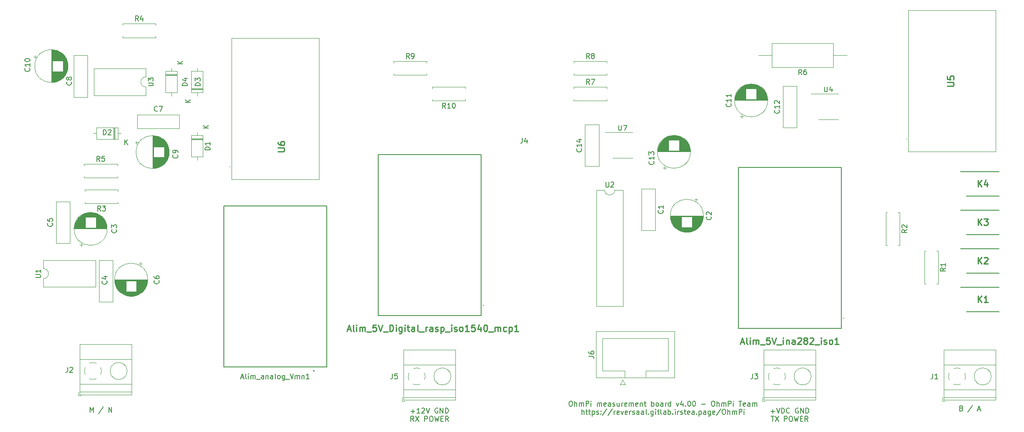
<source format=gbr>
%TF.GenerationSoftware,KiCad,Pcbnew,(6.0.5)*%
%TF.CreationDate,2022-06-24T20:43:43+02:00*%
%TF.ProjectId,VMN,564d4e2e-6b69-4636-9164-5f7063625858,rev?*%
%TF.SameCoordinates,Original*%
%TF.FileFunction,Legend,Top*%
%TF.FilePolarity,Positive*%
%FSLAX46Y46*%
G04 Gerber Fmt 4.6, Leading zero omitted, Abs format (unit mm)*
G04 Created by KiCad (PCBNEW (6.0.5)) date 2022-06-24 20:43:43*
%MOMM*%
%LPD*%
G01*
G04 APERTURE LIST*
%ADD10C,0.150000*%
%ADD11C,0.254000*%
%ADD12C,0.120000*%
%ADD13C,0.100000*%
%ADD14C,0.200000*%
%ADD15C,0.127000*%
G04 APERTURE END LIST*
D10*
X189325714Y-126266428D02*
X190087619Y-126266428D01*
X189706666Y-126647380D02*
X189706666Y-125885476D01*
X190420952Y-125647380D02*
X190754285Y-126647380D01*
X191087619Y-125647380D01*
X191420952Y-126647380D02*
X191420952Y-125647380D01*
X191659047Y-125647380D01*
X191801904Y-125695000D01*
X191897142Y-125790238D01*
X191944761Y-125885476D01*
X191992380Y-126075952D01*
X191992380Y-126218809D01*
X191944761Y-126409285D01*
X191897142Y-126504523D01*
X191801904Y-126599761D01*
X191659047Y-126647380D01*
X191420952Y-126647380D01*
X192992380Y-126552142D02*
X192944761Y-126599761D01*
X192801904Y-126647380D01*
X192706666Y-126647380D01*
X192563809Y-126599761D01*
X192468571Y-126504523D01*
X192420952Y-126409285D01*
X192373333Y-126218809D01*
X192373333Y-126075952D01*
X192420952Y-125885476D01*
X192468571Y-125790238D01*
X192563809Y-125695000D01*
X192706666Y-125647380D01*
X192801904Y-125647380D01*
X192944761Y-125695000D01*
X192992380Y-125742619D01*
X194706666Y-125695000D02*
X194611428Y-125647380D01*
X194468571Y-125647380D01*
X194325714Y-125695000D01*
X194230476Y-125790238D01*
X194182857Y-125885476D01*
X194135238Y-126075952D01*
X194135238Y-126218809D01*
X194182857Y-126409285D01*
X194230476Y-126504523D01*
X194325714Y-126599761D01*
X194468571Y-126647380D01*
X194563809Y-126647380D01*
X194706666Y-126599761D01*
X194754285Y-126552142D01*
X194754285Y-126218809D01*
X194563809Y-126218809D01*
X195182857Y-126647380D02*
X195182857Y-125647380D01*
X195754285Y-126647380D01*
X195754285Y-125647380D01*
X196230476Y-126647380D02*
X196230476Y-125647380D01*
X196468571Y-125647380D01*
X196611428Y-125695000D01*
X196706666Y-125790238D01*
X196754285Y-125885476D01*
X196801904Y-126075952D01*
X196801904Y-126218809D01*
X196754285Y-126409285D01*
X196706666Y-126504523D01*
X196611428Y-126599761D01*
X196468571Y-126647380D01*
X196230476Y-126647380D01*
X189349523Y-127257380D02*
X189920952Y-127257380D01*
X189635238Y-128257380D02*
X189635238Y-127257380D01*
X190159047Y-127257380D02*
X190825714Y-128257380D01*
X190825714Y-127257380D02*
X190159047Y-128257380D01*
X191968571Y-128257380D02*
X191968571Y-127257380D01*
X192349523Y-127257380D01*
X192444761Y-127305000D01*
X192492380Y-127352619D01*
X192540000Y-127447857D01*
X192540000Y-127590714D01*
X192492380Y-127685952D01*
X192444761Y-127733571D01*
X192349523Y-127781190D01*
X191968571Y-127781190D01*
X193159047Y-127257380D02*
X193349523Y-127257380D01*
X193444761Y-127305000D01*
X193540000Y-127400238D01*
X193587619Y-127590714D01*
X193587619Y-127924047D01*
X193540000Y-128114523D01*
X193444761Y-128209761D01*
X193349523Y-128257380D01*
X193159047Y-128257380D01*
X193063809Y-128209761D01*
X192968571Y-128114523D01*
X192920952Y-127924047D01*
X192920952Y-127590714D01*
X192968571Y-127400238D01*
X193063809Y-127305000D01*
X193159047Y-127257380D01*
X193920952Y-127257380D02*
X194159047Y-128257380D01*
X194349523Y-127543095D01*
X194540000Y-128257380D01*
X194778095Y-127257380D01*
X195159047Y-127733571D02*
X195492380Y-127733571D01*
X195635238Y-128257380D02*
X195159047Y-128257380D01*
X195159047Y-127257380D01*
X195635238Y-127257380D01*
X196635238Y-128257380D02*
X196301904Y-127781190D01*
X196063809Y-128257380D02*
X196063809Y-127257380D01*
X196444761Y-127257380D01*
X196540000Y-127305000D01*
X196587619Y-127352619D01*
X196635238Y-127447857D01*
X196635238Y-127590714D01*
X196587619Y-127685952D01*
X196540000Y-127733571D01*
X196444761Y-127781190D01*
X196063809Y-127781190D01*
X54857142Y-126452380D02*
X54857142Y-125452380D01*
X55190476Y-126166666D01*
X55523809Y-125452380D01*
X55523809Y-126452380D01*
X57476190Y-125404761D02*
X56619047Y-126690476D01*
X58571428Y-126452380D02*
X58571428Y-125452380D01*
X59142857Y-126452380D01*
X59142857Y-125452380D01*
X149711476Y-124250380D02*
X149901952Y-124250380D01*
X149997190Y-124298000D01*
X150092428Y-124393238D01*
X150140047Y-124583714D01*
X150140047Y-124917047D01*
X150092428Y-125107523D01*
X149997190Y-125202761D01*
X149901952Y-125250380D01*
X149711476Y-125250380D01*
X149616238Y-125202761D01*
X149521000Y-125107523D01*
X149473380Y-124917047D01*
X149473380Y-124583714D01*
X149521000Y-124393238D01*
X149616238Y-124298000D01*
X149711476Y-124250380D01*
X150568619Y-125250380D02*
X150568619Y-124250380D01*
X150997190Y-125250380D02*
X150997190Y-124726571D01*
X150949571Y-124631333D01*
X150854333Y-124583714D01*
X150711476Y-124583714D01*
X150616238Y-124631333D01*
X150568619Y-124678952D01*
X151473380Y-125250380D02*
X151473380Y-124583714D01*
X151473380Y-124678952D02*
X151521000Y-124631333D01*
X151616238Y-124583714D01*
X151759095Y-124583714D01*
X151854333Y-124631333D01*
X151901952Y-124726571D01*
X151901952Y-125250380D01*
X151901952Y-124726571D02*
X151949571Y-124631333D01*
X152044809Y-124583714D01*
X152187666Y-124583714D01*
X152282904Y-124631333D01*
X152330523Y-124726571D01*
X152330523Y-125250380D01*
X152806714Y-125250380D02*
X152806714Y-124250380D01*
X153187666Y-124250380D01*
X153282904Y-124298000D01*
X153330523Y-124345619D01*
X153378142Y-124440857D01*
X153378142Y-124583714D01*
X153330523Y-124678952D01*
X153282904Y-124726571D01*
X153187666Y-124774190D01*
X152806714Y-124774190D01*
X153806714Y-125250380D02*
X153806714Y-124583714D01*
X153806714Y-124250380D02*
X153759095Y-124298000D01*
X153806714Y-124345619D01*
X153854333Y-124298000D01*
X153806714Y-124250380D01*
X153806714Y-124345619D01*
X155044809Y-125250380D02*
X155044809Y-124583714D01*
X155044809Y-124678952D02*
X155092428Y-124631333D01*
X155187666Y-124583714D01*
X155330523Y-124583714D01*
X155425761Y-124631333D01*
X155473380Y-124726571D01*
X155473380Y-125250380D01*
X155473380Y-124726571D02*
X155521000Y-124631333D01*
X155616238Y-124583714D01*
X155759095Y-124583714D01*
X155854333Y-124631333D01*
X155901952Y-124726571D01*
X155901952Y-125250380D01*
X156759095Y-125202761D02*
X156663857Y-125250380D01*
X156473380Y-125250380D01*
X156378142Y-125202761D01*
X156330523Y-125107523D01*
X156330523Y-124726571D01*
X156378142Y-124631333D01*
X156473380Y-124583714D01*
X156663857Y-124583714D01*
X156759095Y-124631333D01*
X156806714Y-124726571D01*
X156806714Y-124821809D01*
X156330523Y-124917047D01*
X157663857Y-125250380D02*
X157663857Y-124726571D01*
X157616238Y-124631333D01*
X157521000Y-124583714D01*
X157330523Y-124583714D01*
X157235285Y-124631333D01*
X157663857Y-125202761D02*
X157568619Y-125250380D01*
X157330523Y-125250380D01*
X157235285Y-125202761D01*
X157187666Y-125107523D01*
X157187666Y-125012285D01*
X157235285Y-124917047D01*
X157330523Y-124869428D01*
X157568619Y-124869428D01*
X157663857Y-124821809D01*
X158092428Y-125202761D02*
X158187666Y-125250380D01*
X158378142Y-125250380D01*
X158473380Y-125202761D01*
X158521000Y-125107523D01*
X158521000Y-125059904D01*
X158473380Y-124964666D01*
X158378142Y-124917047D01*
X158235285Y-124917047D01*
X158140047Y-124869428D01*
X158092428Y-124774190D01*
X158092428Y-124726571D01*
X158140047Y-124631333D01*
X158235285Y-124583714D01*
X158378142Y-124583714D01*
X158473380Y-124631333D01*
X159378142Y-124583714D02*
X159378142Y-125250380D01*
X158949571Y-124583714D02*
X158949571Y-125107523D01*
X158997190Y-125202761D01*
X159092428Y-125250380D01*
X159235285Y-125250380D01*
X159330523Y-125202761D01*
X159378142Y-125155142D01*
X159854333Y-125250380D02*
X159854333Y-124583714D01*
X159854333Y-124774190D02*
X159901952Y-124678952D01*
X159949571Y-124631333D01*
X160044809Y-124583714D01*
X160140047Y-124583714D01*
X160854333Y-125202761D02*
X160759095Y-125250380D01*
X160568619Y-125250380D01*
X160473380Y-125202761D01*
X160425761Y-125107523D01*
X160425761Y-124726571D01*
X160473380Y-124631333D01*
X160568619Y-124583714D01*
X160759095Y-124583714D01*
X160854333Y-124631333D01*
X160901952Y-124726571D01*
X160901952Y-124821809D01*
X160425761Y-124917047D01*
X161330523Y-125250380D02*
X161330523Y-124583714D01*
X161330523Y-124678952D02*
X161378142Y-124631333D01*
X161473380Y-124583714D01*
X161616238Y-124583714D01*
X161711476Y-124631333D01*
X161759095Y-124726571D01*
X161759095Y-125250380D01*
X161759095Y-124726571D02*
X161806714Y-124631333D01*
X161901952Y-124583714D01*
X162044809Y-124583714D01*
X162140047Y-124631333D01*
X162187666Y-124726571D01*
X162187666Y-125250380D01*
X163044809Y-125202761D02*
X162949571Y-125250380D01*
X162759095Y-125250380D01*
X162663857Y-125202761D01*
X162616238Y-125107523D01*
X162616238Y-124726571D01*
X162663857Y-124631333D01*
X162759095Y-124583714D01*
X162949571Y-124583714D01*
X163044809Y-124631333D01*
X163092428Y-124726571D01*
X163092428Y-124821809D01*
X162616238Y-124917047D01*
X163521000Y-124583714D02*
X163521000Y-125250380D01*
X163521000Y-124678952D02*
X163568619Y-124631333D01*
X163663857Y-124583714D01*
X163806714Y-124583714D01*
X163901952Y-124631333D01*
X163949571Y-124726571D01*
X163949571Y-125250380D01*
X164282904Y-124583714D02*
X164663857Y-124583714D01*
X164425761Y-124250380D02*
X164425761Y-125107523D01*
X164473380Y-125202761D01*
X164568619Y-125250380D01*
X164663857Y-125250380D01*
X165759095Y-125250380D02*
X165759095Y-124250380D01*
X165759095Y-124631333D02*
X165854333Y-124583714D01*
X166044809Y-124583714D01*
X166140047Y-124631333D01*
X166187666Y-124678952D01*
X166235285Y-124774190D01*
X166235285Y-125059904D01*
X166187666Y-125155142D01*
X166140047Y-125202761D01*
X166044809Y-125250380D01*
X165854333Y-125250380D01*
X165759095Y-125202761D01*
X166806714Y-125250380D02*
X166711476Y-125202761D01*
X166663857Y-125155142D01*
X166616238Y-125059904D01*
X166616238Y-124774190D01*
X166663857Y-124678952D01*
X166711476Y-124631333D01*
X166806714Y-124583714D01*
X166949571Y-124583714D01*
X167044809Y-124631333D01*
X167092428Y-124678952D01*
X167140047Y-124774190D01*
X167140047Y-125059904D01*
X167092428Y-125155142D01*
X167044809Y-125202761D01*
X166949571Y-125250380D01*
X166806714Y-125250380D01*
X167997190Y-125250380D02*
X167997190Y-124726571D01*
X167949571Y-124631333D01*
X167854333Y-124583714D01*
X167663857Y-124583714D01*
X167568619Y-124631333D01*
X167997190Y-125202761D02*
X167901952Y-125250380D01*
X167663857Y-125250380D01*
X167568619Y-125202761D01*
X167521000Y-125107523D01*
X167521000Y-125012285D01*
X167568619Y-124917047D01*
X167663857Y-124869428D01*
X167901952Y-124869428D01*
X167997190Y-124821809D01*
X168473380Y-125250380D02*
X168473380Y-124583714D01*
X168473380Y-124774190D02*
X168521000Y-124678952D01*
X168568619Y-124631333D01*
X168663857Y-124583714D01*
X168759095Y-124583714D01*
X169521000Y-125250380D02*
X169521000Y-124250380D01*
X169521000Y-125202761D02*
X169425761Y-125250380D01*
X169235285Y-125250380D01*
X169140047Y-125202761D01*
X169092428Y-125155142D01*
X169044809Y-125059904D01*
X169044809Y-124774190D01*
X169092428Y-124678952D01*
X169140047Y-124631333D01*
X169235285Y-124583714D01*
X169425761Y-124583714D01*
X169521000Y-124631333D01*
X170663857Y-124583714D02*
X170901952Y-125250380D01*
X171140047Y-124583714D01*
X171949571Y-124583714D02*
X171949571Y-125250380D01*
X171711476Y-124202761D02*
X171473380Y-124917047D01*
X172092428Y-124917047D01*
X172473380Y-125155142D02*
X172521000Y-125202761D01*
X172473380Y-125250380D01*
X172425761Y-125202761D01*
X172473380Y-125155142D01*
X172473380Y-125250380D01*
X173140047Y-124250380D02*
X173235285Y-124250380D01*
X173330523Y-124298000D01*
X173378142Y-124345619D01*
X173425761Y-124440857D01*
X173473380Y-124631333D01*
X173473380Y-124869428D01*
X173425761Y-125059904D01*
X173378142Y-125155142D01*
X173330523Y-125202761D01*
X173235285Y-125250380D01*
X173140047Y-125250380D01*
X173044809Y-125202761D01*
X172997190Y-125155142D01*
X172949571Y-125059904D01*
X172901952Y-124869428D01*
X172901952Y-124631333D01*
X172949571Y-124440857D01*
X172997190Y-124345619D01*
X173044809Y-124298000D01*
X173140047Y-124250380D01*
X174092428Y-124250380D02*
X174187666Y-124250380D01*
X174282904Y-124298000D01*
X174330523Y-124345619D01*
X174378142Y-124440857D01*
X174425761Y-124631333D01*
X174425761Y-124869428D01*
X174378142Y-125059904D01*
X174330523Y-125155142D01*
X174282904Y-125202761D01*
X174187666Y-125250380D01*
X174092428Y-125250380D01*
X173997190Y-125202761D01*
X173949571Y-125155142D01*
X173901952Y-125059904D01*
X173854333Y-124869428D01*
X173854333Y-124631333D01*
X173901952Y-124440857D01*
X173949571Y-124345619D01*
X173997190Y-124298000D01*
X174092428Y-124250380D01*
X175616238Y-124869428D02*
X176378142Y-124869428D01*
X177806714Y-124250380D02*
X177997190Y-124250380D01*
X178092428Y-124298000D01*
X178187666Y-124393238D01*
X178235285Y-124583714D01*
X178235285Y-124917047D01*
X178187666Y-125107523D01*
X178092428Y-125202761D01*
X177997190Y-125250380D01*
X177806714Y-125250380D01*
X177711476Y-125202761D01*
X177616238Y-125107523D01*
X177568619Y-124917047D01*
X177568619Y-124583714D01*
X177616238Y-124393238D01*
X177711476Y-124298000D01*
X177806714Y-124250380D01*
X178663857Y-125250380D02*
X178663857Y-124250380D01*
X179092428Y-125250380D02*
X179092428Y-124726571D01*
X179044809Y-124631333D01*
X178949571Y-124583714D01*
X178806714Y-124583714D01*
X178711476Y-124631333D01*
X178663857Y-124678952D01*
X179568619Y-125250380D02*
X179568619Y-124583714D01*
X179568619Y-124678952D02*
X179616238Y-124631333D01*
X179711476Y-124583714D01*
X179854333Y-124583714D01*
X179949571Y-124631333D01*
X179997190Y-124726571D01*
X179997190Y-125250380D01*
X179997190Y-124726571D02*
X180044809Y-124631333D01*
X180140047Y-124583714D01*
X180282904Y-124583714D01*
X180378142Y-124631333D01*
X180425761Y-124726571D01*
X180425761Y-125250380D01*
X180901952Y-125250380D02*
X180901952Y-124250380D01*
X181282904Y-124250380D01*
X181378142Y-124298000D01*
X181425761Y-124345619D01*
X181473380Y-124440857D01*
X181473380Y-124583714D01*
X181425761Y-124678952D01*
X181378142Y-124726571D01*
X181282904Y-124774190D01*
X180901952Y-124774190D01*
X181901952Y-125250380D02*
X181901952Y-124583714D01*
X181901952Y-124250380D02*
X181854333Y-124298000D01*
X181901952Y-124345619D01*
X181949571Y-124298000D01*
X181901952Y-124250380D01*
X181901952Y-124345619D01*
X182997190Y-124250380D02*
X183568619Y-124250380D01*
X183282904Y-125250380D02*
X183282904Y-124250380D01*
X184282904Y-125202761D02*
X184187666Y-125250380D01*
X183997190Y-125250380D01*
X183901952Y-125202761D01*
X183854333Y-125107523D01*
X183854333Y-124726571D01*
X183901952Y-124631333D01*
X183997190Y-124583714D01*
X184187666Y-124583714D01*
X184282904Y-124631333D01*
X184330523Y-124726571D01*
X184330523Y-124821809D01*
X183854333Y-124917047D01*
X185187666Y-125250380D02*
X185187666Y-124726571D01*
X185140047Y-124631333D01*
X185044809Y-124583714D01*
X184854333Y-124583714D01*
X184759095Y-124631333D01*
X185187666Y-125202761D02*
X185092428Y-125250380D01*
X184854333Y-125250380D01*
X184759095Y-125202761D01*
X184711476Y-125107523D01*
X184711476Y-125012285D01*
X184759095Y-124917047D01*
X184854333Y-124869428D01*
X185092428Y-124869428D01*
X185187666Y-124821809D01*
X185663857Y-125250380D02*
X185663857Y-124583714D01*
X185663857Y-124678952D02*
X185711476Y-124631333D01*
X185806714Y-124583714D01*
X185949571Y-124583714D01*
X186044809Y-124631333D01*
X186092428Y-124726571D01*
X186092428Y-125250380D01*
X186092428Y-124726571D02*
X186140047Y-124631333D01*
X186235285Y-124583714D01*
X186378142Y-124583714D01*
X186473380Y-124631333D01*
X186521000Y-124726571D01*
X186521000Y-125250380D01*
X151997190Y-126860380D02*
X151997190Y-125860380D01*
X152425761Y-126860380D02*
X152425761Y-126336571D01*
X152378142Y-126241333D01*
X152282904Y-126193714D01*
X152140047Y-126193714D01*
X152044809Y-126241333D01*
X151997190Y-126288952D01*
X152759095Y-126193714D02*
X153140047Y-126193714D01*
X152901952Y-125860380D02*
X152901952Y-126717523D01*
X152949571Y-126812761D01*
X153044809Y-126860380D01*
X153140047Y-126860380D01*
X153330523Y-126193714D02*
X153711476Y-126193714D01*
X153473380Y-125860380D02*
X153473380Y-126717523D01*
X153521000Y-126812761D01*
X153616238Y-126860380D01*
X153711476Y-126860380D01*
X154044809Y-126193714D02*
X154044809Y-127193714D01*
X154044809Y-126241333D02*
X154140047Y-126193714D01*
X154330523Y-126193714D01*
X154425761Y-126241333D01*
X154473380Y-126288952D01*
X154521000Y-126384190D01*
X154521000Y-126669904D01*
X154473380Y-126765142D01*
X154425761Y-126812761D01*
X154330523Y-126860380D01*
X154140047Y-126860380D01*
X154044809Y-126812761D01*
X154901952Y-126812761D02*
X154997190Y-126860380D01*
X155187666Y-126860380D01*
X155282904Y-126812761D01*
X155330523Y-126717523D01*
X155330523Y-126669904D01*
X155282904Y-126574666D01*
X155187666Y-126527047D01*
X155044809Y-126527047D01*
X154949571Y-126479428D01*
X154901952Y-126384190D01*
X154901952Y-126336571D01*
X154949571Y-126241333D01*
X155044809Y-126193714D01*
X155187666Y-126193714D01*
X155282904Y-126241333D01*
X155759095Y-126765142D02*
X155806714Y-126812761D01*
X155759095Y-126860380D01*
X155711476Y-126812761D01*
X155759095Y-126765142D01*
X155759095Y-126860380D01*
X155759095Y-126241333D02*
X155806714Y-126288952D01*
X155759095Y-126336571D01*
X155711476Y-126288952D01*
X155759095Y-126241333D01*
X155759095Y-126336571D01*
X156949571Y-125812761D02*
X156092428Y-127098476D01*
X157997190Y-125812761D02*
X157140047Y-127098476D01*
X158330523Y-126860380D02*
X158330523Y-126193714D01*
X158330523Y-126384190D02*
X158378142Y-126288952D01*
X158425761Y-126241333D01*
X158521000Y-126193714D01*
X158616238Y-126193714D01*
X159330523Y-126812761D02*
X159235285Y-126860380D01*
X159044809Y-126860380D01*
X158949571Y-126812761D01*
X158901952Y-126717523D01*
X158901952Y-126336571D01*
X158949571Y-126241333D01*
X159044809Y-126193714D01*
X159235285Y-126193714D01*
X159330523Y-126241333D01*
X159378142Y-126336571D01*
X159378142Y-126431809D01*
X158901952Y-126527047D01*
X159711476Y-126193714D02*
X159949571Y-126860380D01*
X160187666Y-126193714D01*
X160949571Y-126812761D02*
X160854333Y-126860380D01*
X160663857Y-126860380D01*
X160568619Y-126812761D01*
X160521000Y-126717523D01*
X160521000Y-126336571D01*
X160568619Y-126241333D01*
X160663857Y-126193714D01*
X160854333Y-126193714D01*
X160949571Y-126241333D01*
X160997190Y-126336571D01*
X160997190Y-126431809D01*
X160521000Y-126527047D01*
X161425761Y-126860380D02*
X161425761Y-126193714D01*
X161425761Y-126384190D02*
X161473380Y-126288952D01*
X161521000Y-126241333D01*
X161616238Y-126193714D01*
X161711476Y-126193714D01*
X161997190Y-126812761D02*
X162092428Y-126860380D01*
X162282904Y-126860380D01*
X162378142Y-126812761D01*
X162425761Y-126717523D01*
X162425761Y-126669904D01*
X162378142Y-126574666D01*
X162282904Y-126527047D01*
X162140047Y-126527047D01*
X162044809Y-126479428D01*
X161997190Y-126384190D01*
X161997190Y-126336571D01*
X162044809Y-126241333D01*
X162140047Y-126193714D01*
X162282904Y-126193714D01*
X162378142Y-126241333D01*
X163282904Y-126860380D02*
X163282904Y-126336571D01*
X163235285Y-126241333D01*
X163140047Y-126193714D01*
X162949571Y-126193714D01*
X162854333Y-126241333D01*
X163282904Y-126812761D02*
X163187666Y-126860380D01*
X162949571Y-126860380D01*
X162854333Y-126812761D01*
X162806714Y-126717523D01*
X162806714Y-126622285D01*
X162854333Y-126527047D01*
X162949571Y-126479428D01*
X163187666Y-126479428D01*
X163282904Y-126431809D01*
X164187666Y-126860380D02*
X164187666Y-126336571D01*
X164140047Y-126241333D01*
X164044809Y-126193714D01*
X163854333Y-126193714D01*
X163759095Y-126241333D01*
X164187666Y-126812761D02*
X164092428Y-126860380D01*
X163854333Y-126860380D01*
X163759095Y-126812761D01*
X163711476Y-126717523D01*
X163711476Y-126622285D01*
X163759095Y-126527047D01*
X163854333Y-126479428D01*
X164092428Y-126479428D01*
X164187666Y-126431809D01*
X164806714Y-126860380D02*
X164711476Y-126812761D01*
X164663857Y-126717523D01*
X164663857Y-125860380D01*
X165187666Y-126765142D02*
X165235285Y-126812761D01*
X165187666Y-126860380D01*
X165140047Y-126812761D01*
X165187666Y-126765142D01*
X165187666Y-126860380D01*
X166092428Y-126193714D02*
X166092428Y-127003238D01*
X166044809Y-127098476D01*
X165997190Y-127146095D01*
X165901952Y-127193714D01*
X165759095Y-127193714D01*
X165663857Y-127146095D01*
X166092428Y-126812761D02*
X165997190Y-126860380D01*
X165806714Y-126860380D01*
X165711476Y-126812761D01*
X165663857Y-126765142D01*
X165616238Y-126669904D01*
X165616238Y-126384190D01*
X165663857Y-126288952D01*
X165711476Y-126241333D01*
X165806714Y-126193714D01*
X165997190Y-126193714D01*
X166092428Y-126241333D01*
X166568619Y-126860380D02*
X166568619Y-126193714D01*
X166568619Y-125860380D02*
X166521000Y-125908000D01*
X166568619Y-125955619D01*
X166616238Y-125908000D01*
X166568619Y-125860380D01*
X166568619Y-125955619D01*
X166901952Y-126193714D02*
X167282904Y-126193714D01*
X167044809Y-125860380D02*
X167044809Y-126717523D01*
X167092428Y-126812761D01*
X167187666Y-126860380D01*
X167282904Y-126860380D01*
X167759095Y-126860380D02*
X167663857Y-126812761D01*
X167616238Y-126717523D01*
X167616238Y-125860380D01*
X168568619Y-126860380D02*
X168568619Y-126336571D01*
X168521000Y-126241333D01*
X168425761Y-126193714D01*
X168235285Y-126193714D01*
X168140047Y-126241333D01*
X168568619Y-126812761D02*
X168473380Y-126860380D01*
X168235285Y-126860380D01*
X168140047Y-126812761D01*
X168092428Y-126717523D01*
X168092428Y-126622285D01*
X168140047Y-126527047D01*
X168235285Y-126479428D01*
X168473380Y-126479428D01*
X168568619Y-126431809D01*
X169044809Y-126860380D02*
X169044809Y-125860380D01*
X169044809Y-126241333D02*
X169140047Y-126193714D01*
X169330523Y-126193714D01*
X169425761Y-126241333D01*
X169473380Y-126288952D01*
X169520999Y-126384190D01*
X169520999Y-126669904D01*
X169473380Y-126765142D01*
X169425761Y-126812761D01*
X169330523Y-126860380D01*
X169140047Y-126860380D01*
X169044809Y-126812761D01*
X169949571Y-126765142D02*
X169997190Y-126812761D01*
X169949571Y-126860380D01*
X169901952Y-126812761D01*
X169949571Y-126765142D01*
X169949571Y-126860380D01*
X170425761Y-126860380D02*
X170425761Y-126193714D01*
X170425761Y-125860380D02*
X170378142Y-125908000D01*
X170425761Y-125955619D01*
X170473380Y-125908000D01*
X170425761Y-125860380D01*
X170425761Y-125955619D01*
X170901952Y-126860380D02*
X170901952Y-126193714D01*
X170901952Y-126384190D02*
X170949571Y-126288952D01*
X170997190Y-126241333D01*
X171092428Y-126193714D01*
X171187666Y-126193714D01*
X171473380Y-126812761D02*
X171568619Y-126860380D01*
X171759095Y-126860380D01*
X171854333Y-126812761D01*
X171901952Y-126717523D01*
X171901952Y-126669904D01*
X171854333Y-126574666D01*
X171759095Y-126527047D01*
X171616238Y-126527047D01*
X171521000Y-126479428D01*
X171473380Y-126384190D01*
X171473380Y-126336571D01*
X171521000Y-126241333D01*
X171616238Y-126193714D01*
X171759095Y-126193714D01*
X171854333Y-126241333D01*
X172187666Y-126193714D02*
X172568619Y-126193714D01*
X172330523Y-125860380D02*
X172330523Y-126717523D01*
X172378142Y-126812761D01*
X172473380Y-126860380D01*
X172568619Y-126860380D01*
X173282904Y-126812761D02*
X173187666Y-126860380D01*
X172997190Y-126860380D01*
X172901952Y-126812761D01*
X172854333Y-126717523D01*
X172854333Y-126336571D01*
X172901952Y-126241333D01*
X172997190Y-126193714D01*
X173187666Y-126193714D01*
X173282904Y-126241333D01*
X173330523Y-126336571D01*
X173330523Y-126431809D01*
X172854333Y-126527047D01*
X174187666Y-126860380D02*
X174187666Y-126336571D01*
X174140047Y-126241333D01*
X174044809Y-126193714D01*
X173854333Y-126193714D01*
X173759095Y-126241333D01*
X174187666Y-126812761D02*
X174092428Y-126860380D01*
X173854333Y-126860380D01*
X173759095Y-126812761D01*
X173711476Y-126717523D01*
X173711476Y-126622285D01*
X173759095Y-126527047D01*
X173854333Y-126479428D01*
X174092428Y-126479428D01*
X174187666Y-126431809D01*
X174663857Y-126765142D02*
X174711476Y-126812761D01*
X174663857Y-126860380D01*
X174616238Y-126812761D01*
X174663857Y-126765142D01*
X174663857Y-126860380D01*
X175140047Y-126193714D02*
X175140047Y-127193714D01*
X175140047Y-126241333D02*
X175235285Y-126193714D01*
X175425761Y-126193714D01*
X175521000Y-126241333D01*
X175568619Y-126288952D01*
X175616238Y-126384190D01*
X175616238Y-126669904D01*
X175568619Y-126765142D01*
X175521000Y-126812761D01*
X175425761Y-126860380D01*
X175235285Y-126860380D01*
X175140047Y-126812761D01*
X176473380Y-126860380D02*
X176473380Y-126336571D01*
X176425761Y-126241333D01*
X176330523Y-126193714D01*
X176140047Y-126193714D01*
X176044809Y-126241333D01*
X176473380Y-126812761D02*
X176378142Y-126860380D01*
X176140047Y-126860380D01*
X176044809Y-126812761D01*
X175997190Y-126717523D01*
X175997190Y-126622285D01*
X176044809Y-126527047D01*
X176140047Y-126479428D01*
X176378142Y-126479428D01*
X176473380Y-126431809D01*
X177378142Y-126193714D02*
X177378142Y-127003238D01*
X177330523Y-127098476D01*
X177282904Y-127146095D01*
X177187666Y-127193714D01*
X177044809Y-127193714D01*
X176949571Y-127146095D01*
X177378142Y-126812761D02*
X177282904Y-126860380D01*
X177092428Y-126860380D01*
X176997190Y-126812761D01*
X176949571Y-126765142D01*
X176901952Y-126669904D01*
X176901952Y-126384190D01*
X176949571Y-126288952D01*
X176997190Y-126241333D01*
X177092428Y-126193714D01*
X177282904Y-126193714D01*
X177378142Y-126241333D01*
X178235285Y-126812761D02*
X178140047Y-126860380D01*
X177949571Y-126860380D01*
X177854333Y-126812761D01*
X177806714Y-126717523D01*
X177806714Y-126336571D01*
X177854333Y-126241333D01*
X177949571Y-126193714D01*
X178140047Y-126193714D01*
X178235285Y-126241333D01*
X178282904Y-126336571D01*
X178282904Y-126431809D01*
X177806714Y-126527047D01*
X179425761Y-125812761D02*
X178568619Y-127098476D01*
X179949571Y-125860380D02*
X180140047Y-125860380D01*
X180235285Y-125908000D01*
X180330523Y-126003238D01*
X180378142Y-126193714D01*
X180378142Y-126527047D01*
X180330523Y-126717523D01*
X180235285Y-126812761D01*
X180140047Y-126860380D01*
X179949571Y-126860380D01*
X179854333Y-126812761D01*
X179759095Y-126717523D01*
X179711476Y-126527047D01*
X179711476Y-126193714D01*
X179759095Y-126003238D01*
X179854333Y-125908000D01*
X179949571Y-125860380D01*
X180806714Y-126860380D02*
X180806714Y-125860380D01*
X181235285Y-126860380D02*
X181235285Y-126336571D01*
X181187666Y-126241333D01*
X181092428Y-126193714D01*
X180949571Y-126193714D01*
X180854333Y-126241333D01*
X180806714Y-126288952D01*
X181711476Y-126860380D02*
X181711476Y-126193714D01*
X181711476Y-126288952D02*
X181759095Y-126241333D01*
X181854333Y-126193714D01*
X181997190Y-126193714D01*
X182092428Y-126241333D01*
X182140047Y-126336571D01*
X182140047Y-126860380D01*
X182140047Y-126336571D02*
X182187666Y-126241333D01*
X182282904Y-126193714D01*
X182425761Y-126193714D01*
X182520999Y-126241333D01*
X182568619Y-126336571D01*
X182568619Y-126860380D01*
X183044809Y-126860380D02*
X183044809Y-125860380D01*
X183425761Y-125860380D01*
X183520999Y-125908000D01*
X183568619Y-125955619D01*
X183616238Y-126050857D01*
X183616238Y-126193714D01*
X183568619Y-126288952D01*
X183520999Y-126336571D01*
X183425761Y-126384190D01*
X183044809Y-126384190D01*
X184044809Y-126860380D02*
X184044809Y-126193714D01*
X184044809Y-125860380D02*
X183997190Y-125908000D01*
X184044809Y-125955619D01*
X184092428Y-125908000D01*
X184044809Y-125860380D01*
X184044809Y-125955619D01*
X226957142Y-125658571D02*
X227100000Y-125706190D01*
X227147619Y-125753809D01*
X227195238Y-125849047D01*
X227195238Y-125991904D01*
X227147619Y-126087142D01*
X227100000Y-126134761D01*
X227004761Y-126182380D01*
X226623809Y-126182380D01*
X226623809Y-125182380D01*
X226957142Y-125182380D01*
X227052380Y-125230000D01*
X227100000Y-125277619D01*
X227147619Y-125372857D01*
X227147619Y-125468095D01*
X227100000Y-125563333D01*
X227052380Y-125610952D01*
X226957142Y-125658571D01*
X226623809Y-125658571D01*
X229100000Y-125134761D02*
X228242857Y-126420476D01*
X230147619Y-125896666D02*
X230623809Y-125896666D01*
X230052380Y-126182380D02*
X230385714Y-125182380D01*
X230719047Y-126182380D01*
X118253333Y-126266428D02*
X119015238Y-126266428D01*
X118634285Y-126647380D02*
X118634285Y-125885476D01*
X120015238Y-126647380D02*
X119443809Y-126647380D01*
X119729523Y-126647380D02*
X119729523Y-125647380D01*
X119634285Y-125790238D01*
X119539047Y-125885476D01*
X119443809Y-125933095D01*
X120396190Y-125742619D02*
X120443809Y-125695000D01*
X120539047Y-125647380D01*
X120777142Y-125647380D01*
X120872380Y-125695000D01*
X120920000Y-125742619D01*
X120967619Y-125837857D01*
X120967619Y-125933095D01*
X120920000Y-126075952D01*
X120348571Y-126647380D01*
X120967619Y-126647380D01*
X121253333Y-125647380D02*
X121586666Y-126647380D01*
X121920000Y-125647380D01*
X123539047Y-125695000D02*
X123443809Y-125647380D01*
X123300952Y-125647380D01*
X123158095Y-125695000D01*
X123062857Y-125790238D01*
X123015238Y-125885476D01*
X122967619Y-126075952D01*
X122967619Y-126218809D01*
X123015238Y-126409285D01*
X123062857Y-126504523D01*
X123158095Y-126599761D01*
X123300952Y-126647380D01*
X123396190Y-126647380D01*
X123539047Y-126599761D01*
X123586666Y-126552142D01*
X123586666Y-126218809D01*
X123396190Y-126218809D01*
X124015238Y-126647380D02*
X124015238Y-125647380D01*
X124586666Y-126647380D01*
X124586666Y-125647380D01*
X125062857Y-126647380D02*
X125062857Y-125647380D01*
X125300952Y-125647380D01*
X125443809Y-125695000D01*
X125539047Y-125790238D01*
X125586666Y-125885476D01*
X125634285Y-126075952D01*
X125634285Y-126218809D01*
X125586666Y-126409285D01*
X125539047Y-126504523D01*
X125443809Y-126599761D01*
X125300952Y-126647380D01*
X125062857Y-126647380D01*
X118824761Y-128257380D02*
X118491428Y-127781190D01*
X118253333Y-128257380D02*
X118253333Y-127257380D01*
X118634285Y-127257380D01*
X118729523Y-127305000D01*
X118777142Y-127352619D01*
X118824761Y-127447857D01*
X118824761Y-127590714D01*
X118777142Y-127685952D01*
X118729523Y-127733571D01*
X118634285Y-127781190D01*
X118253333Y-127781190D01*
X119158095Y-127257380D02*
X119824761Y-128257380D01*
X119824761Y-127257380D02*
X119158095Y-128257380D01*
X120967619Y-128257380D02*
X120967619Y-127257380D01*
X121348571Y-127257380D01*
X121443809Y-127305000D01*
X121491428Y-127352619D01*
X121539047Y-127447857D01*
X121539047Y-127590714D01*
X121491428Y-127685952D01*
X121443809Y-127733571D01*
X121348571Y-127781190D01*
X120967619Y-127781190D01*
X122158095Y-127257380D02*
X122348571Y-127257380D01*
X122443809Y-127305000D01*
X122539047Y-127400238D01*
X122586666Y-127590714D01*
X122586666Y-127924047D01*
X122539047Y-128114523D01*
X122443809Y-128209761D01*
X122348571Y-128257380D01*
X122158095Y-128257380D01*
X122062857Y-128209761D01*
X121967619Y-128114523D01*
X121920000Y-127924047D01*
X121920000Y-127590714D01*
X121967619Y-127400238D01*
X122062857Y-127305000D01*
X122158095Y-127257380D01*
X122920000Y-127257380D02*
X123158095Y-128257380D01*
X123348571Y-127543095D01*
X123539047Y-128257380D01*
X123777142Y-127257380D01*
X124158095Y-127733571D02*
X124491428Y-127733571D01*
X124634285Y-128257380D02*
X124158095Y-128257380D01*
X124158095Y-127257380D01*
X124634285Y-127257380D01*
X125634285Y-128257380D02*
X125300952Y-127781190D01*
X125062857Y-128257380D02*
X125062857Y-127257380D01*
X125443809Y-127257380D01*
X125539047Y-127305000D01*
X125586666Y-127352619D01*
X125634285Y-127447857D01*
X125634285Y-127590714D01*
X125586666Y-127685952D01*
X125539047Y-127733571D01*
X125443809Y-127781190D01*
X125062857Y-127781190D01*
%TO.C,U7*%
X159258095Y-69712380D02*
X159258095Y-70521904D01*
X159305714Y-70617142D01*
X159353333Y-70664761D01*
X159448571Y-70712380D01*
X159639047Y-70712380D01*
X159734285Y-70664761D01*
X159781904Y-70617142D01*
X159829523Y-70521904D01*
X159829523Y-69712380D01*
X160210476Y-69712380D02*
X160877142Y-69712380D01*
X160448571Y-70712380D01*
%TO.C,C10*%
X42902142Y-58427857D02*
X42949761Y-58475476D01*
X42997380Y-58618333D01*
X42997380Y-58713571D01*
X42949761Y-58856428D01*
X42854523Y-58951666D01*
X42759285Y-58999285D01*
X42568809Y-59046904D01*
X42425952Y-59046904D01*
X42235476Y-58999285D01*
X42140238Y-58951666D01*
X42045000Y-58856428D01*
X41997380Y-58713571D01*
X41997380Y-58618333D01*
X42045000Y-58475476D01*
X42092619Y-58427857D01*
X42997380Y-57475476D02*
X42997380Y-58046904D01*
X42997380Y-57761190D02*
X41997380Y-57761190D01*
X42140238Y-57856428D01*
X42235476Y-57951666D01*
X42283095Y-58046904D01*
X41997380Y-56856428D02*
X41997380Y-56761190D01*
X42045000Y-56665952D01*
X42092619Y-56618333D01*
X42187857Y-56570714D01*
X42378333Y-56523095D01*
X42616428Y-56523095D01*
X42806904Y-56570714D01*
X42902142Y-56618333D01*
X42949761Y-56665952D01*
X42997380Y-56761190D01*
X42997380Y-56856428D01*
X42949761Y-56951666D01*
X42902142Y-56999285D01*
X42806904Y-57046904D01*
X42616428Y-57094523D01*
X42378333Y-57094523D01*
X42187857Y-57046904D01*
X42092619Y-56999285D01*
X42045000Y-56951666D01*
X41997380Y-56856428D01*
%TO.C,R9*%
X117943333Y-56502380D02*
X117610000Y-56026190D01*
X117371904Y-56502380D02*
X117371904Y-55502380D01*
X117752857Y-55502380D01*
X117848095Y-55550000D01*
X117895714Y-55597619D01*
X117943333Y-55692857D01*
X117943333Y-55835714D01*
X117895714Y-55930952D01*
X117848095Y-55978571D01*
X117752857Y-56026190D01*
X117371904Y-56026190D01*
X118419523Y-56502380D02*
X118610000Y-56502380D01*
X118705238Y-56454761D01*
X118752857Y-56407142D01*
X118848095Y-56264285D01*
X118895714Y-56073809D01*
X118895714Y-55692857D01*
X118848095Y-55597619D01*
X118800476Y-55550000D01*
X118705238Y-55502380D01*
X118514761Y-55502380D01*
X118419523Y-55550000D01*
X118371904Y-55597619D01*
X118324285Y-55692857D01*
X118324285Y-55930952D01*
X118371904Y-56026190D01*
X118419523Y-56073809D01*
X118514761Y-56121428D01*
X118705238Y-56121428D01*
X118800476Y-56073809D01*
X118848095Y-56026190D01*
X118895714Y-55930952D01*
%TO.C,J6*%
X153367380Y-115385833D02*
X154081666Y-115385833D01*
X154224523Y-115433452D01*
X154319761Y-115528690D01*
X154367380Y-115671547D01*
X154367380Y-115766785D01*
X153367380Y-114481071D02*
X153367380Y-114671547D01*
X153415000Y-114766785D01*
X153462619Y-114814404D01*
X153605476Y-114909642D01*
X153795952Y-114957261D01*
X154176904Y-114957261D01*
X154272142Y-114909642D01*
X154319761Y-114862023D01*
X154367380Y-114766785D01*
X154367380Y-114576309D01*
X154319761Y-114481071D01*
X154272142Y-114433452D01*
X154176904Y-114385833D01*
X153938809Y-114385833D01*
X153843571Y-114433452D01*
X153795952Y-114481071D01*
X153748333Y-114576309D01*
X153748333Y-114766785D01*
X153795952Y-114862023D01*
X153843571Y-114909642D01*
X153938809Y-114957261D01*
%TO.C,R3*%
X56983333Y-86642380D02*
X56650000Y-86166190D01*
X56411904Y-86642380D02*
X56411904Y-85642380D01*
X56792857Y-85642380D01*
X56888095Y-85690000D01*
X56935714Y-85737619D01*
X56983333Y-85832857D01*
X56983333Y-85975714D01*
X56935714Y-86070952D01*
X56888095Y-86118571D01*
X56792857Y-86166190D01*
X56411904Y-86166190D01*
X57316666Y-85642380D02*
X57935714Y-85642380D01*
X57602380Y-86023333D01*
X57745238Y-86023333D01*
X57840476Y-86070952D01*
X57888095Y-86118571D01*
X57935714Y-86213809D01*
X57935714Y-86451904D01*
X57888095Y-86547142D01*
X57840476Y-86594761D01*
X57745238Y-86642380D01*
X57459523Y-86642380D01*
X57364285Y-86594761D01*
X57316666Y-86547142D01*
%TO.C,R8*%
X153503333Y-56502380D02*
X153170000Y-56026190D01*
X152931904Y-56502380D02*
X152931904Y-55502380D01*
X153312857Y-55502380D01*
X153408095Y-55550000D01*
X153455714Y-55597619D01*
X153503333Y-55692857D01*
X153503333Y-55835714D01*
X153455714Y-55930952D01*
X153408095Y-55978571D01*
X153312857Y-56026190D01*
X152931904Y-56026190D01*
X154074761Y-55930952D02*
X153979523Y-55883333D01*
X153931904Y-55835714D01*
X153884285Y-55740476D01*
X153884285Y-55692857D01*
X153931904Y-55597619D01*
X153979523Y-55550000D01*
X154074761Y-55502380D01*
X154265238Y-55502380D01*
X154360476Y-55550000D01*
X154408095Y-55597619D01*
X154455714Y-55692857D01*
X154455714Y-55740476D01*
X154408095Y-55835714D01*
X154360476Y-55883333D01*
X154265238Y-55930952D01*
X154074761Y-55930952D01*
X153979523Y-55978571D01*
X153931904Y-56026190D01*
X153884285Y-56121428D01*
X153884285Y-56311904D01*
X153931904Y-56407142D01*
X153979523Y-56454761D01*
X154074761Y-56502380D01*
X154265238Y-56502380D01*
X154360476Y-56454761D01*
X154408095Y-56407142D01*
X154455714Y-56311904D01*
X154455714Y-56121428D01*
X154408095Y-56026190D01*
X154360476Y-55978571D01*
X154265238Y-55930952D01*
D11*
%TO.C,U6*%
X92009523Y-74888619D02*
X93037619Y-74888619D01*
X93158571Y-74828142D01*
X93219047Y-74767666D01*
X93279523Y-74646714D01*
X93279523Y-74404809D01*
X93219047Y-74283857D01*
X93158571Y-74223380D01*
X93037619Y-74162904D01*
X92009523Y-74162904D01*
X92009523Y-73013857D02*
X92009523Y-73255761D01*
X92070000Y-73376714D01*
X92130476Y-73437190D01*
X92311904Y-73558142D01*
X92553809Y-73618619D01*
X93037619Y-73618619D01*
X93158571Y-73558142D01*
X93219047Y-73497666D01*
X93279523Y-73376714D01*
X93279523Y-73134809D01*
X93219047Y-73013857D01*
X93158571Y-72953380D01*
X93037619Y-72892904D01*
X92735238Y-72892904D01*
X92614285Y-72953380D01*
X92553809Y-73013857D01*
X92493333Y-73134809D01*
X92493333Y-73376714D01*
X92553809Y-73497666D01*
X92614285Y-73558142D01*
X92735238Y-73618619D01*
D10*
%TO.C,C9*%
X72112142Y-75568666D02*
X72159761Y-75616285D01*
X72207380Y-75759142D01*
X72207380Y-75854380D01*
X72159761Y-75997238D01*
X72064523Y-76092476D01*
X71969285Y-76140095D01*
X71778809Y-76187714D01*
X71635952Y-76187714D01*
X71445476Y-76140095D01*
X71350238Y-76092476D01*
X71255000Y-75997238D01*
X71207380Y-75854380D01*
X71207380Y-75759142D01*
X71255000Y-75616285D01*
X71302619Y-75568666D01*
X72207380Y-75092476D02*
X72207380Y-74902000D01*
X72159761Y-74806761D01*
X72112142Y-74759142D01*
X71969285Y-74663904D01*
X71778809Y-74616285D01*
X71397857Y-74616285D01*
X71302619Y-74663904D01*
X71255000Y-74711523D01*
X71207380Y-74806761D01*
X71207380Y-74997238D01*
X71255000Y-75092476D01*
X71302619Y-75140095D01*
X71397857Y-75187714D01*
X71635952Y-75187714D01*
X71731190Y-75140095D01*
X71778809Y-75092476D01*
X71826428Y-74997238D01*
X71826428Y-74806761D01*
X71778809Y-74711523D01*
X71731190Y-74663904D01*
X71635952Y-74616285D01*
%TO.C,D4*%
X74112380Y-61878095D02*
X73112380Y-61878095D01*
X73112380Y-61640000D01*
X73160000Y-61497142D01*
X73255238Y-61401904D01*
X73350476Y-61354285D01*
X73540952Y-61306666D01*
X73683809Y-61306666D01*
X73874285Y-61354285D01*
X73969523Y-61401904D01*
X74064761Y-61497142D01*
X74112380Y-61640000D01*
X74112380Y-61878095D01*
X73445714Y-60449523D02*
X74112380Y-60449523D01*
X73064761Y-60687619D02*
X73779047Y-60925714D01*
X73779047Y-60306666D01*
X73192380Y-57591904D02*
X72192380Y-57591904D01*
X73192380Y-57020476D02*
X72620952Y-57449047D01*
X72192380Y-57020476D02*
X72763809Y-57591904D01*
%TO.C,U3*%
X66362380Y-61911904D02*
X67171904Y-61911904D01*
X67267142Y-61864285D01*
X67314761Y-61816666D01*
X67362380Y-61721428D01*
X67362380Y-61530952D01*
X67314761Y-61435714D01*
X67267142Y-61388095D01*
X67171904Y-61340476D01*
X66362380Y-61340476D01*
X66362380Y-60959523D02*
X66362380Y-60340476D01*
X66743333Y-60673809D01*
X66743333Y-60530952D01*
X66790952Y-60435714D01*
X66838571Y-60388095D01*
X66933809Y-60340476D01*
X67171904Y-60340476D01*
X67267142Y-60388095D01*
X67314761Y-60435714D01*
X67362380Y-60530952D01*
X67362380Y-60816666D01*
X67314761Y-60911904D01*
X67267142Y-60959523D01*
%TO.C,U2*%
X156728095Y-80952380D02*
X156728095Y-81761904D01*
X156775714Y-81857142D01*
X156823333Y-81904761D01*
X156918571Y-81952380D01*
X157109047Y-81952380D01*
X157204285Y-81904761D01*
X157251904Y-81857142D01*
X157299523Y-81761904D01*
X157299523Y-80952380D01*
X157728095Y-81047619D02*
X157775714Y-81000000D01*
X157870952Y-80952380D01*
X158109047Y-80952380D01*
X158204285Y-81000000D01*
X158251904Y-81047619D01*
X158299523Y-81142857D01*
X158299523Y-81238095D01*
X158251904Y-81380952D01*
X157680476Y-81952380D01*
X158299523Y-81952380D01*
%TO.C,J2*%
X50466666Y-117562380D02*
X50466666Y-118276666D01*
X50419047Y-118419523D01*
X50323809Y-118514761D01*
X50180952Y-118562380D01*
X50085714Y-118562380D01*
X50895238Y-117657619D02*
X50942857Y-117610000D01*
X51038095Y-117562380D01*
X51276190Y-117562380D01*
X51371428Y-117610000D01*
X51419047Y-117657619D01*
X51466666Y-117752857D01*
X51466666Y-117848095D01*
X51419047Y-117990952D01*
X50847619Y-118562380D01*
X51466666Y-118562380D01*
%TO.C,C5*%
X47387142Y-89066666D02*
X47434761Y-89114285D01*
X47482380Y-89257142D01*
X47482380Y-89352380D01*
X47434761Y-89495238D01*
X47339523Y-89590476D01*
X47244285Y-89638095D01*
X47053809Y-89685714D01*
X46910952Y-89685714D01*
X46720476Y-89638095D01*
X46625238Y-89590476D01*
X46530000Y-89495238D01*
X46482380Y-89352380D01*
X46482380Y-89257142D01*
X46530000Y-89114285D01*
X46577619Y-89066666D01*
X46482380Y-88161904D02*
X46482380Y-88638095D01*
X46958571Y-88685714D01*
X46910952Y-88638095D01*
X46863333Y-88542857D01*
X46863333Y-88304761D01*
X46910952Y-88209523D01*
X46958571Y-88161904D01*
X47053809Y-88114285D01*
X47291904Y-88114285D01*
X47387142Y-88161904D01*
X47434761Y-88209523D01*
X47482380Y-88304761D01*
X47482380Y-88542857D01*
X47434761Y-88638095D01*
X47387142Y-88685714D01*
D11*
%TO.C,Alim_5V_ina282_iso1*%
X183394047Y-112606666D02*
X183998809Y-112606666D01*
X183273095Y-112969523D02*
X183696428Y-111699523D01*
X184119761Y-112969523D01*
X184724523Y-112969523D02*
X184603571Y-112909047D01*
X184543095Y-112788095D01*
X184543095Y-111699523D01*
X185208333Y-112969523D02*
X185208333Y-112122857D01*
X185208333Y-111699523D02*
X185147857Y-111760000D01*
X185208333Y-111820476D01*
X185268809Y-111760000D01*
X185208333Y-111699523D01*
X185208333Y-111820476D01*
X185813095Y-112969523D02*
X185813095Y-112122857D01*
X185813095Y-112243809D02*
X185873571Y-112183333D01*
X185994523Y-112122857D01*
X186175952Y-112122857D01*
X186296904Y-112183333D01*
X186357380Y-112304285D01*
X186357380Y-112969523D01*
X186357380Y-112304285D02*
X186417857Y-112183333D01*
X186538809Y-112122857D01*
X186720238Y-112122857D01*
X186841190Y-112183333D01*
X186901666Y-112304285D01*
X186901666Y-112969523D01*
X187204047Y-113090476D02*
X188171666Y-113090476D01*
X189078809Y-111699523D02*
X188474047Y-111699523D01*
X188413571Y-112304285D01*
X188474047Y-112243809D01*
X188595000Y-112183333D01*
X188897380Y-112183333D01*
X189018333Y-112243809D01*
X189078809Y-112304285D01*
X189139285Y-112425238D01*
X189139285Y-112727619D01*
X189078809Y-112848571D01*
X189018333Y-112909047D01*
X188897380Y-112969523D01*
X188595000Y-112969523D01*
X188474047Y-112909047D01*
X188413571Y-112848571D01*
X189502142Y-111699523D02*
X189925476Y-112969523D01*
X190348809Y-111699523D01*
X190469761Y-113090476D02*
X191437380Y-113090476D01*
X191739761Y-112969523D02*
X191739761Y-112122857D01*
X191739761Y-111699523D02*
X191679285Y-111760000D01*
X191739761Y-111820476D01*
X191800238Y-111760000D01*
X191739761Y-111699523D01*
X191739761Y-111820476D01*
X192344523Y-112122857D02*
X192344523Y-112969523D01*
X192344523Y-112243809D02*
X192405000Y-112183333D01*
X192525952Y-112122857D01*
X192707380Y-112122857D01*
X192828333Y-112183333D01*
X192888809Y-112304285D01*
X192888809Y-112969523D01*
X194037857Y-112969523D02*
X194037857Y-112304285D01*
X193977380Y-112183333D01*
X193856428Y-112122857D01*
X193614523Y-112122857D01*
X193493571Y-112183333D01*
X194037857Y-112909047D02*
X193916904Y-112969523D01*
X193614523Y-112969523D01*
X193493571Y-112909047D01*
X193433095Y-112788095D01*
X193433095Y-112667142D01*
X193493571Y-112546190D01*
X193614523Y-112485714D01*
X193916904Y-112485714D01*
X194037857Y-112425238D01*
X194582142Y-111820476D02*
X194642619Y-111760000D01*
X194763571Y-111699523D01*
X195065952Y-111699523D01*
X195186904Y-111760000D01*
X195247380Y-111820476D01*
X195307857Y-111941428D01*
X195307857Y-112062380D01*
X195247380Y-112243809D01*
X194521666Y-112969523D01*
X195307857Y-112969523D01*
X196033571Y-112243809D02*
X195912619Y-112183333D01*
X195852142Y-112122857D01*
X195791666Y-112001904D01*
X195791666Y-111941428D01*
X195852142Y-111820476D01*
X195912619Y-111760000D01*
X196033571Y-111699523D01*
X196275476Y-111699523D01*
X196396428Y-111760000D01*
X196456904Y-111820476D01*
X196517380Y-111941428D01*
X196517380Y-112001904D01*
X196456904Y-112122857D01*
X196396428Y-112183333D01*
X196275476Y-112243809D01*
X196033571Y-112243809D01*
X195912619Y-112304285D01*
X195852142Y-112364761D01*
X195791666Y-112485714D01*
X195791666Y-112727619D01*
X195852142Y-112848571D01*
X195912619Y-112909047D01*
X196033571Y-112969523D01*
X196275476Y-112969523D01*
X196396428Y-112909047D01*
X196456904Y-112848571D01*
X196517380Y-112727619D01*
X196517380Y-112485714D01*
X196456904Y-112364761D01*
X196396428Y-112304285D01*
X196275476Y-112243809D01*
X197001190Y-111820476D02*
X197061666Y-111760000D01*
X197182619Y-111699523D01*
X197485000Y-111699523D01*
X197605952Y-111760000D01*
X197666428Y-111820476D01*
X197726904Y-111941428D01*
X197726904Y-112062380D01*
X197666428Y-112243809D01*
X196940714Y-112969523D01*
X197726904Y-112969523D01*
X197968809Y-113090476D02*
X198936428Y-113090476D01*
X199238809Y-112969523D02*
X199238809Y-112122857D01*
X199238809Y-111699523D02*
X199178333Y-111760000D01*
X199238809Y-111820476D01*
X199299285Y-111760000D01*
X199238809Y-111699523D01*
X199238809Y-111820476D01*
X199783095Y-112909047D02*
X199904047Y-112969523D01*
X200145952Y-112969523D01*
X200266904Y-112909047D01*
X200327380Y-112788095D01*
X200327380Y-112727619D01*
X200266904Y-112606666D01*
X200145952Y-112546190D01*
X199964523Y-112546190D01*
X199843571Y-112485714D01*
X199783095Y-112364761D01*
X199783095Y-112304285D01*
X199843571Y-112183333D01*
X199964523Y-112122857D01*
X200145952Y-112122857D01*
X200266904Y-112183333D01*
X201053095Y-112969523D02*
X200932142Y-112909047D01*
X200871666Y-112848571D01*
X200811190Y-112727619D01*
X200811190Y-112364761D01*
X200871666Y-112243809D01*
X200932142Y-112183333D01*
X201053095Y-112122857D01*
X201234523Y-112122857D01*
X201355476Y-112183333D01*
X201415952Y-112243809D01*
X201476428Y-112364761D01*
X201476428Y-112727619D01*
X201415952Y-112848571D01*
X201355476Y-112909047D01*
X201234523Y-112969523D01*
X201053095Y-112969523D01*
X202685952Y-112969523D02*
X201960238Y-112969523D01*
X202323095Y-112969523D02*
X202323095Y-111699523D01*
X202202142Y-111880952D01*
X202081190Y-112001904D01*
X201960238Y-112062380D01*
D10*
%TO.C,C4*%
X58142142Y-100496666D02*
X58189761Y-100544285D01*
X58237380Y-100687142D01*
X58237380Y-100782380D01*
X58189761Y-100925238D01*
X58094523Y-101020476D01*
X57999285Y-101068095D01*
X57808809Y-101115714D01*
X57665952Y-101115714D01*
X57475476Y-101068095D01*
X57380238Y-101020476D01*
X57285000Y-100925238D01*
X57237380Y-100782380D01*
X57237380Y-100687142D01*
X57285000Y-100544285D01*
X57332619Y-100496666D01*
X57570714Y-99639523D02*
X58237380Y-99639523D01*
X57189761Y-99877619D02*
X57904047Y-100115714D01*
X57904047Y-99496666D01*
%TO.C,C1*%
X167957142Y-86526666D02*
X168004761Y-86574285D01*
X168052380Y-86717142D01*
X168052380Y-86812380D01*
X168004761Y-86955238D01*
X167909523Y-87050476D01*
X167814285Y-87098095D01*
X167623809Y-87145714D01*
X167480952Y-87145714D01*
X167290476Y-87098095D01*
X167195238Y-87050476D01*
X167100000Y-86955238D01*
X167052380Y-86812380D01*
X167052380Y-86717142D01*
X167100000Y-86574285D01*
X167147619Y-86526666D01*
X168052380Y-85574285D02*
X168052380Y-86145714D01*
X168052380Y-85860000D02*
X167052380Y-85860000D01*
X167195238Y-85955238D01*
X167290476Y-86050476D01*
X167338095Y-86145714D01*
%TO.C,R10*%
X125087142Y-66322380D02*
X124753809Y-65846190D01*
X124515714Y-66322380D02*
X124515714Y-65322380D01*
X124896666Y-65322380D01*
X124991904Y-65370000D01*
X125039523Y-65417619D01*
X125087142Y-65512857D01*
X125087142Y-65655714D01*
X125039523Y-65750952D01*
X124991904Y-65798571D01*
X124896666Y-65846190D01*
X124515714Y-65846190D01*
X126039523Y-66322380D02*
X125468095Y-66322380D01*
X125753809Y-66322380D02*
X125753809Y-65322380D01*
X125658571Y-65465238D01*
X125563333Y-65560476D01*
X125468095Y-65608095D01*
X126658571Y-65322380D02*
X126753809Y-65322380D01*
X126849047Y-65370000D01*
X126896666Y-65417619D01*
X126944285Y-65512857D01*
X126991904Y-65703333D01*
X126991904Y-65941428D01*
X126944285Y-66131904D01*
X126896666Y-66227142D01*
X126849047Y-66274761D01*
X126753809Y-66322380D01*
X126658571Y-66322380D01*
X126563333Y-66274761D01*
X126515714Y-66227142D01*
X126468095Y-66131904D01*
X126420476Y-65941428D01*
X126420476Y-65703333D01*
X126468095Y-65512857D01*
X126515714Y-65417619D01*
X126563333Y-65370000D01*
X126658571Y-65322380D01*
%TO.C,C13*%
X166137142Y-76842857D02*
X166184761Y-76890476D01*
X166232380Y-77033333D01*
X166232380Y-77128571D01*
X166184761Y-77271428D01*
X166089523Y-77366666D01*
X165994285Y-77414285D01*
X165803809Y-77461904D01*
X165660952Y-77461904D01*
X165470476Y-77414285D01*
X165375238Y-77366666D01*
X165280000Y-77271428D01*
X165232380Y-77128571D01*
X165232380Y-77033333D01*
X165280000Y-76890476D01*
X165327619Y-76842857D01*
X166232380Y-75890476D02*
X166232380Y-76461904D01*
X166232380Y-76176190D02*
X165232380Y-76176190D01*
X165375238Y-76271428D01*
X165470476Y-76366666D01*
X165518095Y-76461904D01*
X165232380Y-75557142D02*
X165232380Y-74938095D01*
X165613333Y-75271428D01*
X165613333Y-75128571D01*
X165660952Y-75033333D01*
X165708571Y-74985714D01*
X165803809Y-74938095D01*
X166041904Y-74938095D01*
X166137142Y-74985714D01*
X166184761Y-75033333D01*
X166232380Y-75128571D01*
X166232380Y-75414285D01*
X166184761Y-75509523D01*
X166137142Y-75557142D01*
%TO.C,J1*%
X221281666Y-118832380D02*
X221281666Y-119546666D01*
X221234047Y-119689523D01*
X221138809Y-119784761D01*
X220995952Y-119832380D01*
X220900714Y-119832380D01*
X222281666Y-119832380D02*
X221710238Y-119832380D01*
X221995952Y-119832380D02*
X221995952Y-118832380D01*
X221900714Y-118975238D01*
X221805476Y-119070476D01*
X221710238Y-119118095D01*
%TO.C,J3*%
X185721666Y-118832380D02*
X185721666Y-119546666D01*
X185674047Y-119689523D01*
X185578809Y-119784761D01*
X185435952Y-119832380D01*
X185340714Y-119832380D01*
X186102619Y-118832380D02*
X186721666Y-118832380D01*
X186388333Y-119213333D01*
X186531190Y-119213333D01*
X186626428Y-119260952D01*
X186674047Y-119308571D01*
X186721666Y-119403809D01*
X186721666Y-119641904D01*
X186674047Y-119737142D01*
X186626428Y-119784761D01*
X186531190Y-119832380D01*
X186245476Y-119832380D01*
X186150238Y-119784761D01*
X186102619Y-119737142D01*
%TO.C,R7*%
X153503333Y-61582380D02*
X153170000Y-61106190D01*
X152931904Y-61582380D02*
X152931904Y-60582380D01*
X153312857Y-60582380D01*
X153408095Y-60630000D01*
X153455714Y-60677619D01*
X153503333Y-60772857D01*
X153503333Y-60915714D01*
X153455714Y-61010952D01*
X153408095Y-61058571D01*
X153312857Y-61106190D01*
X152931904Y-61106190D01*
X153836666Y-60582380D02*
X154503333Y-60582380D01*
X154074761Y-61582380D01*
%TO.C,U1*%
X44122380Y-99811904D02*
X44931904Y-99811904D01*
X45027142Y-99764285D01*
X45074761Y-99716666D01*
X45122380Y-99621428D01*
X45122380Y-99430952D01*
X45074761Y-99335714D01*
X45027142Y-99288095D01*
X44931904Y-99240476D01*
X44122380Y-99240476D01*
X45122380Y-98240476D02*
X45122380Y-98811904D01*
X45122380Y-98526190D02*
X44122380Y-98526190D01*
X44265238Y-98621428D01*
X44360476Y-98716666D01*
X44408095Y-98811904D01*
D11*
%TO.C,U5*%
X224173523Y-61927619D02*
X225201619Y-61927619D01*
X225322571Y-61867142D01*
X225383047Y-61806666D01*
X225443523Y-61685714D01*
X225443523Y-61443809D01*
X225383047Y-61322857D01*
X225322571Y-61262380D01*
X225201619Y-61201904D01*
X224173523Y-61201904D01*
X224173523Y-59992380D02*
X224173523Y-60597142D01*
X224778285Y-60657619D01*
X224717809Y-60597142D01*
X224657333Y-60476190D01*
X224657333Y-60173809D01*
X224717809Y-60052857D01*
X224778285Y-59992380D01*
X224899238Y-59931904D01*
X225201619Y-59931904D01*
X225322571Y-59992380D01*
X225383047Y-60052857D01*
X225443523Y-60173809D01*
X225443523Y-60476190D01*
X225383047Y-60597142D01*
X225322571Y-60657619D01*
%TO.C,K1*%
X230202619Y-104714523D02*
X230202619Y-103444523D01*
X230928333Y-104714523D02*
X230384047Y-103988809D01*
X230928333Y-103444523D02*
X230202619Y-104170238D01*
X232137857Y-104714523D02*
X231412142Y-104714523D01*
X231775000Y-104714523D02*
X231775000Y-103444523D01*
X231654047Y-103625952D01*
X231533095Y-103746904D01*
X231412142Y-103807380D01*
D10*
%TO.C,D1*%
X78557380Y-74578095D02*
X77557380Y-74578095D01*
X77557380Y-74340000D01*
X77605000Y-74197142D01*
X77700238Y-74101904D01*
X77795476Y-74054285D01*
X77985952Y-74006666D01*
X78128809Y-74006666D01*
X78319285Y-74054285D01*
X78414523Y-74101904D01*
X78509761Y-74197142D01*
X78557380Y-74340000D01*
X78557380Y-74578095D01*
X78557380Y-73054285D02*
X78557380Y-73625714D01*
X78557380Y-73340000D02*
X77557380Y-73340000D01*
X77700238Y-73435238D01*
X77795476Y-73530476D01*
X77843095Y-73625714D01*
X78272380Y-70291904D02*
X77272380Y-70291904D01*
X78272380Y-69720476D02*
X77700952Y-70149047D01*
X77272380Y-69720476D02*
X77843809Y-70291904D01*
%TO.C,D3*%
X76652380Y-61878095D02*
X75652380Y-61878095D01*
X75652380Y-61640000D01*
X75700000Y-61497142D01*
X75795238Y-61401904D01*
X75890476Y-61354285D01*
X76080952Y-61306666D01*
X76223809Y-61306666D01*
X76414285Y-61354285D01*
X76509523Y-61401904D01*
X76604761Y-61497142D01*
X76652380Y-61640000D01*
X76652380Y-61878095D01*
X75652380Y-60973333D02*
X75652380Y-60354285D01*
X76033333Y-60687619D01*
X76033333Y-60544761D01*
X76080952Y-60449523D01*
X76128571Y-60401904D01*
X76223809Y-60354285D01*
X76461904Y-60354285D01*
X76557142Y-60401904D01*
X76604761Y-60449523D01*
X76652380Y-60544761D01*
X76652380Y-60830476D01*
X76604761Y-60925714D01*
X76557142Y-60973333D01*
X74672380Y-65211904D02*
X73672380Y-65211904D01*
X74672380Y-64640476D02*
X74100952Y-65069047D01*
X73672380Y-64640476D02*
X74243809Y-65211904D01*
D11*
%TO.C,K2*%
X230202619Y-97094523D02*
X230202619Y-95824523D01*
X230928333Y-97094523D02*
X230384047Y-96368809D01*
X230928333Y-95824523D02*
X230202619Y-96550238D01*
X231412142Y-95945476D02*
X231472619Y-95885000D01*
X231593571Y-95824523D01*
X231895952Y-95824523D01*
X232016904Y-95885000D01*
X232077380Y-95945476D01*
X232137857Y-96066428D01*
X232137857Y-96187380D01*
X232077380Y-96368809D01*
X231351666Y-97094523D01*
X232137857Y-97094523D01*
%TO.C,K4*%
X230202619Y-81854523D02*
X230202619Y-80584523D01*
X230928333Y-81854523D02*
X230384047Y-81128809D01*
X230928333Y-80584523D02*
X230202619Y-81310238D01*
X232016904Y-81007857D02*
X232016904Y-81854523D01*
X231714523Y-80524047D02*
X231412142Y-81431190D01*
X232198333Y-81431190D01*
D10*
%TO.C,R2*%
X216182380Y-90336666D02*
X215706190Y-90670000D01*
X216182380Y-90908095D02*
X215182380Y-90908095D01*
X215182380Y-90527142D01*
X215230000Y-90431904D01*
X215277619Y-90384285D01*
X215372857Y-90336666D01*
X215515714Y-90336666D01*
X215610952Y-90384285D01*
X215658571Y-90431904D01*
X215706190Y-90527142D01*
X215706190Y-90908095D01*
X215277619Y-89955714D02*
X215230000Y-89908095D01*
X215182380Y-89812857D01*
X215182380Y-89574761D01*
X215230000Y-89479523D01*
X215277619Y-89431904D01*
X215372857Y-89384285D01*
X215468095Y-89384285D01*
X215610952Y-89431904D01*
X216182380Y-90003333D01*
X216182380Y-89384285D01*
%TO.C,U4*%
X199898095Y-62092380D02*
X199898095Y-62901904D01*
X199945714Y-62997142D01*
X199993333Y-63044761D01*
X200088571Y-63092380D01*
X200279047Y-63092380D01*
X200374285Y-63044761D01*
X200421904Y-62997142D01*
X200469523Y-62901904D01*
X200469523Y-62092380D01*
X201374285Y-62425714D02*
X201374285Y-63092380D01*
X201136190Y-62044761D02*
X200898095Y-62759047D01*
X201517142Y-62759047D01*
%TO.C,C7*%
X68193333Y-66857142D02*
X68145714Y-66904761D01*
X68002857Y-66952380D01*
X67907619Y-66952380D01*
X67764761Y-66904761D01*
X67669523Y-66809523D01*
X67621904Y-66714285D01*
X67574285Y-66523809D01*
X67574285Y-66380952D01*
X67621904Y-66190476D01*
X67669523Y-66095238D01*
X67764761Y-66000000D01*
X67907619Y-65952380D01*
X68002857Y-65952380D01*
X68145714Y-66000000D01*
X68193333Y-66047619D01*
X68526666Y-65952380D02*
X69193333Y-65952380D01*
X68764761Y-66952380D01*
%TO.C,R1*%
X223802380Y-97956666D02*
X223326190Y-98290000D01*
X223802380Y-98528095D02*
X222802380Y-98528095D01*
X222802380Y-98147142D01*
X222850000Y-98051904D01*
X222897619Y-98004285D01*
X222992857Y-97956666D01*
X223135714Y-97956666D01*
X223230952Y-98004285D01*
X223278571Y-98051904D01*
X223326190Y-98147142D01*
X223326190Y-98528095D01*
X223802380Y-97004285D02*
X223802380Y-97575714D01*
X223802380Y-97290000D02*
X222802380Y-97290000D01*
X222945238Y-97385238D01*
X223040476Y-97480476D01*
X223088095Y-97575714D01*
%TO.C,C8*%
X51157142Y-61126666D02*
X51204761Y-61174285D01*
X51252380Y-61317142D01*
X51252380Y-61412380D01*
X51204761Y-61555238D01*
X51109523Y-61650476D01*
X51014285Y-61698095D01*
X50823809Y-61745714D01*
X50680952Y-61745714D01*
X50490476Y-61698095D01*
X50395238Y-61650476D01*
X50300000Y-61555238D01*
X50252380Y-61412380D01*
X50252380Y-61317142D01*
X50300000Y-61174285D01*
X50347619Y-61126666D01*
X50680952Y-60555238D02*
X50633333Y-60650476D01*
X50585714Y-60698095D01*
X50490476Y-60745714D01*
X50442857Y-60745714D01*
X50347619Y-60698095D01*
X50300000Y-60650476D01*
X50252380Y-60555238D01*
X50252380Y-60364761D01*
X50300000Y-60269523D01*
X50347619Y-60221904D01*
X50442857Y-60174285D01*
X50490476Y-60174285D01*
X50585714Y-60221904D01*
X50633333Y-60269523D01*
X50680952Y-60364761D01*
X50680952Y-60555238D01*
X50728571Y-60650476D01*
X50776190Y-60698095D01*
X50871428Y-60745714D01*
X51061904Y-60745714D01*
X51157142Y-60698095D01*
X51204761Y-60650476D01*
X51252380Y-60555238D01*
X51252380Y-60364761D01*
X51204761Y-60269523D01*
X51157142Y-60221904D01*
X51061904Y-60174285D01*
X50871428Y-60174285D01*
X50776190Y-60221904D01*
X50728571Y-60269523D01*
X50680952Y-60364761D01*
D11*
%TO.C,Alim_5V_Digital_rasp_iso1540_mcp1*%
X105682142Y-110066666D02*
X106286904Y-110066666D01*
X105561190Y-110429523D02*
X105984523Y-109159523D01*
X106407857Y-110429523D01*
X107012619Y-110429523D02*
X106891666Y-110369047D01*
X106831190Y-110248095D01*
X106831190Y-109159523D01*
X107496428Y-110429523D02*
X107496428Y-109582857D01*
X107496428Y-109159523D02*
X107435952Y-109220000D01*
X107496428Y-109280476D01*
X107556904Y-109220000D01*
X107496428Y-109159523D01*
X107496428Y-109280476D01*
X108101190Y-110429523D02*
X108101190Y-109582857D01*
X108101190Y-109703809D02*
X108161666Y-109643333D01*
X108282619Y-109582857D01*
X108464047Y-109582857D01*
X108585000Y-109643333D01*
X108645476Y-109764285D01*
X108645476Y-110429523D01*
X108645476Y-109764285D02*
X108705952Y-109643333D01*
X108826904Y-109582857D01*
X109008333Y-109582857D01*
X109129285Y-109643333D01*
X109189761Y-109764285D01*
X109189761Y-110429523D01*
X109492142Y-110550476D02*
X110459761Y-110550476D01*
X111366904Y-109159523D02*
X110762142Y-109159523D01*
X110701666Y-109764285D01*
X110762142Y-109703809D01*
X110883095Y-109643333D01*
X111185476Y-109643333D01*
X111306428Y-109703809D01*
X111366904Y-109764285D01*
X111427380Y-109885238D01*
X111427380Y-110187619D01*
X111366904Y-110308571D01*
X111306428Y-110369047D01*
X111185476Y-110429523D01*
X110883095Y-110429523D01*
X110762142Y-110369047D01*
X110701666Y-110308571D01*
X111790238Y-109159523D02*
X112213571Y-110429523D01*
X112636904Y-109159523D01*
X112757857Y-110550476D02*
X113725476Y-110550476D01*
X114027857Y-110429523D02*
X114027857Y-109159523D01*
X114330238Y-109159523D01*
X114511666Y-109220000D01*
X114632619Y-109340952D01*
X114693095Y-109461904D01*
X114753571Y-109703809D01*
X114753571Y-109885238D01*
X114693095Y-110127142D01*
X114632619Y-110248095D01*
X114511666Y-110369047D01*
X114330238Y-110429523D01*
X114027857Y-110429523D01*
X115297857Y-110429523D02*
X115297857Y-109582857D01*
X115297857Y-109159523D02*
X115237380Y-109220000D01*
X115297857Y-109280476D01*
X115358333Y-109220000D01*
X115297857Y-109159523D01*
X115297857Y-109280476D01*
X116446904Y-109582857D02*
X116446904Y-110610952D01*
X116386428Y-110731904D01*
X116325952Y-110792380D01*
X116205000Y-110852857D01*
X116023571Y-110852857D01*
X115902619Y-110792380D01*
X116446904Y-110369047D02*
X116325952Y-110429523D01*
X116084047Y-110429523D01*
X115963095Y-110369047D01*
X115902619Y-110308571D01*
X115842142Y-110187619D01*
X115842142Y-109824761D01*
X115902619Y-109703809D01*
X115963095Y-109643333D01*
X116084047Y-109582857D01*
X116325952Y-109582857D01*
X116446904Y-109643333D01*
X117051666Y-110429523D02*
X117051666Y-109582857D01*
X117051666Y-109159523D02*
X116991190Y-109220000D01*
X117051666Y-109280476D01*
X117112142Y-109220000D01*
X117051666Y-109159523D01*
X117051666Y-109280476D01*
X117475000Y-109582857D02*
X117958809Y-109582857D01*
X117656428Y-109159523D02*
X117656428Y-110248095D01*
X117716904Y-110369047D01*
X117837857Y-110429523D01*
X117958809Y-110429523D01*
X118926428Y-110429523D02*
X118926428Y-109764285D01*
X118865952Y-109643333D01*
X118745000Y-109582857D01*
X118503095Y-109582857D01*
X118382142Y-109643333D01*
X118926428Y-110369047D02*
X118805476Y-110429523D01*
X118503095Y-110429523D01*
X118382142Y-110369047D01*
X118321666Y-110248095D01*
X118321666Y-110127142D01*
X118382142Y-110006190D01*
X118503095Y-109945714D01*
X118805476Y-109945714D01*
X118926428Y-109885238D01*
X119712619Y-110429523D02*
X119591666Y-110369047D01*
X119531190Y-110248095D01*
X119531190Y-109159523D01*
X119894047Y-110550476D02*
X120861666Y-110550476D01*
X121164047Y-110429523D02*
X121164047Y-109582857D01*
X121164047Y-109824761D02*
X121224523Y-109703809D01*
X121285000Y-109643333D01*
X121405952Y-109582857D01*
X121526904Y-109582857D01*
X122494523Y-110429523D02*
X122494523Y-109764285D01*
X122434047Y-109643333D01*
X122313095Y-109582857D01*
X122071190Y-109582857D01*
X121950238Y-109643333D01*
X122494523Y-110369047D02*
X122373571Y-110429523D01*
X122071190Y-110429523D01*
X121950238Y-110369047D01*
X121889761Y-110248095D01*
X121889761Y-110127142D01*
X121950238Y-110006190D01*
X122071190Y-109945714D01*
X122373571Y-109945714D01*
X122494523Y-109885238D01*
X123038809Y-110369047D02*
X123159761Y-110429523D01*
X123401666Y-110429523D01*
X123522619Y-110369047D01*
X123583095Y-110248095D01*
X123583095Y-110187619D01*
X123522619Y-110066666D01*
X123401666Y-110006190D01*
X123220238Y-110006190D01*
X123099285Y-109945714D01*
X123038809Y-109824761D01*
X123038809Y-109764285D01*
X123099285Y-109643333D01*
X123220238Y-109582857D01*
X123401666Y-109582857D01*
X123522619Y-109643333D01*
X124127380Y-109582857D02*
X124127380Y-110852857D01*
X124127380Y-109643333D02*
X124248333Y-109582857D01*
X124490238Y-109582857D01*
X124611190Y-109643333D01*
X124671666Y-109703809D01*
X124732142Y-109824761D01*
X124732142Y-110187619D01*
X124671666Y-110308571D01*
X124611190Y-110369047D01*
X124490238Y-110429523D01*
X124248333Y-110429523D01*
X124127380Y-110369047D01*
X124974047Y-110550476D02*
X125941666Y-110550476D01*
X126244047Y-110429523D02*
X126244047Y-109582857D01*
X126244047Y-109159523D02*
X126183571Y-109220000D01*
X126244047Y-109280476D01*
X126304523Y-109220000D01*
X126244047Y-109159523D01*
X126244047Y-109280476D01*
X126788333Y-110369047D02*
X126909285Y-110429523D01*
X127151190Y-110429523D01*
X127272142Y-110369047D01*
X127332619Y-110248095D01*
X127332619Y-110187619D01*
X127272142Y-110066666D01*
X127151190Y-110006190D01*
X126969761Y-110006190D01*
X126848809Y-109945714D01*
X126788333Y-109824761D01*
X126788333Y-109764285D01*
X126848809Y-109643333D01*
X126969761Y-109582857D01*
X127151190Y-109582857D01*
X127272142Y-109643333D01*
X128058333Y-110429523D02*
X127937380Y-110369047D01*
X127876904Y-110308571D01*
X127816428Y-110187619D01*
X127816428Y-109824761D01*
X127876904Y-109703809D01*
X127937380Y-109643333D01*
X128058333Y-109582857D01*
X128239761Y-109582857D01*
X128360714Y-109643333D01*
X128421190Y-109703809D01*
X128481666Y-109824761D01*
X128481666Y-110187619D01*
X128421190Y-110308571D01*
X128360714Y-110369047D01*
X128239761Y-110429523D01*
X128058333Y-110429523D01*
X129691190Y-110429523D02*
X128965476Y-110429523D01*
X129328333Y-110429523D02*
X129328333Y-109159523D01*
X129207380Y-109340952D01*
X129086428Y-109461904D01*
X128965476Y-109522380D01*
X130840238Y-109159523D02*
X130235476Y-109159523D01*
X130175000Y-109764285D01*
X130235476Y-109703809D01*
X130356428Y-109643333D01*
X130658809Y-109643333D01*
X130779761Y-109703809D01*
X130840238Y-109764285D01*
X130900714Y-109885238D01*
X130900714Y-110187619D01*
X130840238Y-110308571D01*
X130779761Y-110369047D01*
X130658809Y-110429523D01*
X130356428Y-110429523D01*
X130235476Y-110369047D01*
X130175000Y-110308571D01*
X131989285Y-109582857D02*
X131989285Y-110429523D01*
X131686904Y-109099047D02*
X131384523Y-110006190D01*
X132170714Y-110006190D01*
X132896428Y-109159523D02*
X133017380Y-109159523D01*
X133138333Y-109220000D01*
X133198809Y-109280476D01*
X133259285Y-109401428D01*
X133319761Y-109643333D01*
X133319761Y-109945714D01*
X133259285Y-110187619D01*
X133198809Y-110308571D01*
X133138333Y-110369047D01*
X133017380Y-110429523D01*
X132896428Y-110429523D01*
X132775476Y-110369047D01*
X132715000Y-110308571D01*
X132654523Y-110187619D01*
X132594047Y-109945714D01*
X132594047Y-109643333D01*
X132654523Y-109401428D01*
X132715000Y-109280476D01*
X132775476Y-109220000D01*
X132896428Y-109159523D01*
X133561666Y-110550476D02*
X134529285Y-110550476D01*
X134831666Y-110429523D02*
X134831666Y-109582857D01*
X134831666Y-109703809D02*
X134892142Y-109643333D01*
X135013095Y-109582857D01*
X135194523Y-109582857D01*
X135315476Y-109643333D01*
X135375952Y-109764285D01*
X135375952Y-110429523D01*
X135375952Y-109764285D02*
X135436428Y-109643333D01*
X135557380Y-109582857D01*
X135738809Y-109582857D01*
X135859761Y-109643333D01*
X135920238Y-109764285D01*
X135920238Y-110429523D01*
X137069285Y-110369047D02*
X136948333Y-110429523D01*
X136706428Y-110429523D01*
X136585476Y-110369047D01*
X136525000Y-110308571D01*
X136464523Y-110187619D01*
X136464523Y-109824761D01*
X136525000Y-109703809D01*
X136585476Y-109643333D01*
X136706428Y-109582857D01*
X136948333Y-109582857D01*
X137069285Y-109643333D01*
X137613571Y-109582857D02*
X137613571Y-110852857D01*
X137613571Y-109643333D02*
X137734523Y-109582857D01*
X137976428Y-109582857D01*
X138097380Y-109643333D01*
X138157857Y-109703809D01*
X138218333Y-109824761D01*
X138218333Y-110187619D01*
X138157857Y-110308571D01*
X138097380Y-110369047D01*
X137976428Y-110429523D01*
X137734523Y-110429523D01*
X137613571Y-110369047D01*
X139427857Y-110429523D02*
X138702142Y-110429523D01*
X139065000Y-110429523D02*
X139065000Y-109159523D01*
X138944047Y-109340952D01*
X138823095Y-109461904D01*
X138702142Y-109522380D01*
D10*
%TO.C,R6*%
X195413333Y-59702380D02*
X195080000Y-59226190D01*
X194841904Y-59702380D02*
X194841904Y-58702380D01*
X195222857Y-58702380D01*
X195318095Y-58750000D01*
X195365714Y-58797619D01*
X195413333Y-58892857D01*
X195413333Y-59035714D01*
X195365714Y-59130952D01*
X195318095Y-59178571D01*
X195222857Y-59226190D01*
X194841904Y-59226190D01*
X196270476Y-58702380D02*
X196080000Y-58702380D01*
X195984761Y-58750000D01*
X195937142Y-58797619D01*
X195841904Y-58940476D01*
X195794285Y-59130952D01*
X195794285Y-59511904D01*
X195841904Y-59607142D01*
X195889523Y-59654761D01*
X195984761Y-59702380D01*
X196175238Y-59702380D01*
X196270476Y-59654761D01*
X196318095Y-59607142D01*
X196365714Y-59511904D01*
X196365714Y-59273809D01*
X196318095Y-59178571D01*
X196270476Y-59130952D01*
X196175238Y-59083333D01*
X195984761Y-59083333D01*
X195889523Y-59130952D01*
X195841904Y-59178571D01*
X195794285Y-59273809D01*
%TO.C,C3*%
X60047142Y-90336666D02*
X60094761Y-90384285D01*
X60142380Y-90527142D01*
X60142380Y-90622380D01*
X60094761Y-90765238D01*
X59999523Y-90860476D01*
X59904285Y-90908095D01*
X59713809Y-90955714D01*
X59570952Y-90955714D01*
X59380476Y-90908095D01*
X59285238Y-90860476D01*
X59190000Y-90765238D01*
X59142380Y-90622380D01*
X59142380Y-90527142D01*
X59190000Y-90384285D01*
X59237619Y-90336666D01*
X59142380Y-90003333D02*
X59142380Y-89384285D01*
X59523333Y-89717619D01*
X59523333Y-89574761D01*
X59570952Y-89479523D01*
X59618571Y-89431904D01*
X59713809Y-89384285D01*
X59951904Y-89384285D01*
X60047142Y-89431904D01*
X60094761Y-89479523D01*
X60142380Y-89574761D01*
X60142380Y-89860476D01*
X60094761Y-89955714D01*
X60047142Y-90003333D01*
%TO.C,R4*%
X64423333Y-49062380D02*
X64090000Y-48586190D01*
X63851904Y-49062380D02*
X63851904Y-48062380D01*
X64232857Y-48062380D01*
X64328095Y-48110000D01*
X64375714Y-48157619D01*
X64423333Y-48252857D01*
X64423333Y-48395714D01*
X64375714Y-48490952D01*
X64328095Y-48538571D01*
X64232857Y-48586190D01*
X63851904Y-48586190D01*
X65280476Y-48395714D02*
X65280476Y-49062380D01*
X65042380Y-48014761D02*
X64804285Y-48729047D01*
X65423333Y-48729047D01*
%TO.C,C12*%
X190897142Y-66722857D02*
X190944761Y-66770476D01*
X190992380Y-66913333D01*
X190992380Y-67008571D01*
X190944761Y-67151428D01*
X190849523Y-67246666D01*
X190754285Y-67294285D01*
X190563809Y-67341904D01*
X190420952Y-67341904D01*
X190230476Y-67294285D01*
X190135238Y-67246666D01*
X190040000Y-67151428D01*
X189992380Y-67008571D01*
X189992380Y-66913333D01*
X190040000Y-66770476D01*
X190087619Y-66722857D01*
X190992380Y-65770476D02*
X190992380Y-66341904D01*
X190992380Y-66056190D02*
X189992380Y-66056190D01*
X190135238Y-66151428D01*
X190230476Y-66246666D01*
X190278095Y-66341904D01*
X190087619Y-65389523D02*
X190040000Y-65341904D01*
X189992380Y-65246666D01*
X189992380Y-65008571D01*
X190040000Y-64913333D01*
X190087619Y-64865714D01*
X190182857Y-64818095D01*
X190278095Y-64818095D01*
X190420952Y-64865714D01*
X190992380Y-65437142D01*
X190992380Y-64818095D01*
%TO.C,C14*%
X151857142Y-74342857D02*
X151904761Y-74390476D01*
X151952380Y-74533333D01*
X151952380Y-74628571D01*
X151904761Y-74771428D01*
X151809523Y-74866666D01*
X151714285Y-74914285D01*
X151523809Y-74961904D01*
X151380952Y-74961904D01*
X151190476Y-74914285D01*
X151095238Y-74866666D01*
X151000000Y-74771428D01*
X150952380Y-74628571D01*
X150952380Y-74533333D01*
X151000000Y-74390476D01*
X151047619Y-74342857D01*
X151952380Y-73390476D02*
X151952380Y-73961904D01*
X151952380Y-73676190D02*
X150952380Y-73676190D01*
X151095238Y-73771428D01*
X151190476Y-73866666D01*
X151238095Y-73961904D01*
X151285714Y-72533333D02*
X151952380Y-72533333D01*
X150904761Y-72771428D02*
X151619047Y-73009523D01*
X151619047Y-72390476D01*
%TO.C,R5*%
X56833333Y-76822380D02*
X56500000Y-76346190D01*
X56261904Y-76822380D02*
X56261904Y-75822380D01*
X56642857Y-75822380D01*
X56738095Y-75870000D01*
X56785714Y-75917619D01*
X56833333Y-76012857D01*
X56833333Y-76155714D01*
X56785714Y-76250952D01*
X56738095Y-76298571D01*
X56642857Y-76346190D01*
X56261904Y-76346190D01*
X57738095Y-75822380D02*
X57261904Y-75822380D01*
X57214285Y-76298571D01*
X57261904Y-76250952D01*
X57357142Y-76203333D01*
X57595238Y-76203333D01*
X57690476Y-76250952D01*
X57738095Y-76298571D01*
X57785714Y-76393809D01*
X57785714Y-76631904D01*
X57738095Y-76727142D01*
X57690476Y-76774761D01*
X57595238Y-76822380D01*
X57357142Y-76822380D01*
X57261904Y-76774761D01*
X57214285Y-76727142D01*
%TO.C,D2*%
X57501904Y-71572380D02*
X57501904Y-70572380D01*
X57740000Y-70572380D01*
X57882857Y-70620000D01*
X57978095Y-70715238D01*
X58025714Y-70810476D01*
X58073333Y-71000952D01*
X58073333Y-71143809D01*
X58025714Y-71334285D01*
X57978095Y-71429523D01*
X57882857Y-71524761D01*
X57740000Y-71572380D01*
X57501904Y-71572380D01*
X58454285Y-70667619D02*
X58501904Y-70620000D01*
X58597142Y-70572380D01*
X58835238Y-70572380D01*
X58930476Y-70620000D01*
X58978095Y-70667619D01*
X59025714Y-70762857D01*
X59025714Y-70858095D01*
X58978095Y-71000952D01*
X58406666Y-71572380D01*
X59025714Y-71572380D01*
X61788095Y-73552380D02*
X61788095Y-72552380D01*
X62359523Y-73552380D02*
X61930952Y-72980952D01*
X62359523Y-72552380D02*
X61788095Y-73123809D01*
%TO.C,Alim_analog_Vmn1*%
X84725714Y-119546666D02*
X85201904Y-119546666D01*
X84630476Y-119832380D02*
X84963809Y-118832380D01*
X85297142Y-119832380D01*
X85773333Y-119832380D02*
X85678095Y-119784761D01*
X85630476Y-119689523D01*
X85630476Y-118832380D01*
X86154285Y-119832380D02*
X86154285Y-119165714D01*
X86154285Y-118832380D02*
X86106666Y-118880000D01*
X86154285Y-118927619D01*
X86201904Y-118880000D01*
X86154285Y-118832380D01*
X86154285Y-118927619D01*
X86630476Y-119832380D02*
X86630476Y-119165714D01*
X86630476Y-119260952D02*
X86678095Y-119213333D01*
X86773333Y-119165714D01*
X86916190Y-119165714D01*
X87011428Y-119213333D01*
X87059047Y-119308571D01*
X87059047Y-119832380D01*
X87059047Y-119308571D02*
X87106666Y-119213333D01*
X87201904Y-119165714D01*
X87344761Y-119165714D01*
X87440000Y-119213333D01*
X87487619Y-119308571D01*
X87487619Y-119832380D01*
X87725714Y-119927619D02*
X88487619Y-119927619D01*
X89154285Y-119832380D02*
X89154285Y-119308571D01*
X89106666Y-119213333D01*
X89011428Y-119165714D01*
X88820952Y-119165714D01*
X88725714Y-119213333D01*
X89154285Y-119784761D02*
X89059047Y-119832380D01*
X88820952Y-119832380D01*
X88725714Y-119784761D01*
X88678095Y-119689523D01*
X88678095Y-119594285D01*
X88725714Y-119499047D01*
X88820952Y-119451428D01*
X89059047Y-119451428D01*
X89154285Y-119403809D01*
X89630476Y-119165714D02*
X89630476Y-119832380D01*
X89630476Y-119260952D02*
X89678095Y-119213333D01*
X89773333Y-119165714D01*
X89916190Y-119165714D01*
X90011428Y-119213333D01*
X90059047Y-119308571D01*
X90059047Y-119832380D01*
X90963809Y-119832380D02*
X90963809Y-119308571D01*
X90916190Y-119213333D01*
X90820952Y-119165714D01*
X90630476Y-119165714D01*
X90535238Y-119213333D01*
X90963809Y-119784761D02*
X90868571Y-119832380D01*
X90630476Y-119832380D01*
X90535238Y-119784761D01*
X90487619Y-119689523D01*
X90487619Y-119594285D01*
X90535238Y-119499047D01*
X90630476Y-119451428D01*
X90868571Y-119451428D01*
X90963809Y-119403809D01*
X91582857Y-119832380D02*
X91487619Y-119784761D01*
X91440000Y-119689523D01*
X91440000Y-118832380D01*
X92106666Y-119832380D02*
X92011428Y-119784761D01*
X91963809Y-119737142D01*
X91916190Y-119641904D01*
X91916190Y-119356190D01*
X91963809Y-119260952D01*
X92011428Y-119213333D01*
X92106666Y-119165714D01*
X92249523Y-119165714D01*
X92344761Y-119213333D01*
X92392380Y-119260952D01*
X92440000Y-119356190D01*
X92440000Y-119641904D01*
X92392380Y-119737142D01*
X92344761Y-119784761D01*
X92249523Y-119832380D01*
X92106666Y-119832380D01*
X93297142Y-119165714D02*
X93297142Y-119975238D01*
X93249523Y-120070476D01*
X93201904Y-120118095D01*
X93106666Y-120165714D01*
X92963809Y-120165714D01*
X92868571Y-120118095D01*
X93297142Y-119784761D02*
X93201904Y-119832380D01*
X93011428Y-119832380D01*
X92916190Y-119784761D01*
X92868571Y-119737142D01*
X92820952Y-119641904D01*
X92820952Y-119356190D01*
X92868571Y-119260952D01*
X92916190Y-119213333D01*
X93011428Y-119165714D01*
X93201904Y-119165714D01*
X93297142Y-119213333D01*
X93535238Y-119927619D02*
X94297142Y-119927619D01*
X94392380Y-118832380D02*
X94725714Y-119832380D01*
X95059047Y-118832380D01*
X95392380Y-119832380D02*
X95392380Y-119165714D01*
X95392380Y-119260952D02*
X95440000Y-119213333D01*
X95535238Y-119165714D01*
X95678095Y-119165714D01*
X95773333Y-119213333D01*
X95820952Y-119308571D01*
X95820952Y-119832380D01*
X95820952Y-119308571D02*
X95868571Y-119213333D01*
X95963809Y-119165714D01*
X96106666Y-119165714D01*
X96201904Y-119213333D01*
X96249523Y-119308571D01*
X96249523Y-119832380D01*
X96725714Y-119165714D02*
X96725714Y-119832380D01*
X96725714Y-119260952D02*
X96773333Y-119213333D01*
X96868571Y-119165714D01*
X97011428Y-119165714D01*
X97106666Y-119213333D01*
X97154285Y-119308571D01*
X97154285Y-119832380D01*
X98154285Y-119832380D02*
X97582857Y-119832380D01*
X97868571Y-119832380D02*
X97868571Y-118832380D01*
X97773333Y-118975238D01*
X97678095Y-119070476D01*
X97582857Y-119118095D01*
%TO.C,J5*%
X114601666Y-118832380D02*
X114601666Y-119546666D01*
X114554047Y-119689523D01*
X114458809Y-119784761D01*
X114315952Y-119832380D01*
X114220714Y-119832380D01*
X115554047Y-118832380D02*
X115077857Y-118832380D01*
X115030238Y-119308571D01*
X115077857Y-119260952D01*
X115173095Y-119213333D01*
X115411190Y-119213333D01*
X115506428Y-119260952D01*
X115554047Y-119308571D01*
X115601666Y-119403809D01*
X115601666Y-119641904D01*
X115554047Y-119737142D01*
X115506428Y-119784761D01*
X115411190Y-119832380D01*
X115173095Y-119832380D01*
X115077857Y-119784761D01*
X115030238Y-119737142D01*
%TO.C,C6*%
X68437142Y-100416666D02*
X68484761Y-100464285D01*
X68532380Y-100607142D01*
X68532380Y-100702380D01*
X68484761Y-100845238D01*
X68389523Y-100940476D01*
X68294285Y-100988095D01*
X68103809Y-101035714D01*
X67960952Y-101035714D01*
X67770476Y-100988095D01*
X67675238Y-100940476D01*
X67580000Y-100845238D01*
X67532380Y-100702380D01*
X67532380Y-100607142D01*
X67580000Y-100464285D01*
X67627619Y-100416666D01*
X67532380Y-99559523D02*
X67532380Y-99750000D01*
X67580000Y-99845238D01*
X67627619Y-99892857D01*
X67770476Y-99988095D01*
X67960952Y-100035714D01*
X68341904Y-100035714D01*
X68437142Y-99988095D01*
X68484761Y-99940476D01*
X68532380Y-99845238D01*
X68532380Y-99654761D01*
X68484761Y-99559523D01*
X68437142Y-99511904D01*
X68341904Y-99464285D01*
X68103809Y-99464285D01*
X68008571Y-99511904D01*
X67960952Y-99559523D01*
X67913333Y-99654761D01*
X67913333Y-99845238D01*
X67960952Y-99940476D01*
X68008571Y-99988095D01*
X68103809Y-100035714D01*
%TO.C,C2*%
X177477142Y-87776666D02*
X177524761Y-87824285D01*
X177572380Y-87967142D01*
X177572380Y-88062380D01*
X177524761Y-88205238D01*
X177429523Y-88300476D01*
X177334285Y-88348095D01*
X177143809Y-88395714D01*
X177000952Y-88395714D01*
X176810476Y-88348095D01*
X176715238Y-88300476D01*
X176620000Y-88205238D01*
X176572380Y-88062380D01*
X176572380Y-87967142D01*
X176620000Y-87824285D01*
X176667619Y-87776666D01*
X176667619Y-87395714D02*
X176620000Y-87348095D01*
X176572380Y-87252857D01*
X176572380Y-87014761D01*
X176620000Y-86919523D01*
X176667619Y-86871904D01*
X176762857Y-86824285D01*
X176858095Y-86824285D01*
X177000952Y-86871904D01*
X177572380Y-87443333D01*
X177572380Y-86824285D01*
D11*
%TO.C,K3*%
X230202619Y-89474523D02*
X230202619Y-88204523D01*
X230928333Y-89474523D02*
X230384047Y-88748809D01*
X230928333Y-88204523D02*
X230202619Y-88930238D01*
X231351666Y-88204523D02*
X232137857Y-88204523D01*
X231714523Y-88688333D01*
X231895952Y-88688333D01*
X232016904Y-88748809D01*
X232077380Y-88809285D01*
X232137857Y-88930238D01*
X232137857Y-89232619D01*
X232077380Y-89353571D01*
X232016904Y-89414047D01*
X231895952Y-89474523D01*
X231533095Y-89474523D01*
X231412142Y-89414047D01*
X231351666Y-89353571D01*
D10*
%TO.C,C11*%
X181377142Y-65432857D02*
X181424761Y-65480476D01*
X181472380Y-65623333D01*
X181472380Y-65718571D01*
X181424761Y-65861428D01*
X181329523Y-65956666D01*
X181234285Y-66004285D01*
X181043809Y-66051904D01*
X180900952Y-66051904D01*
X180710476Y-66004285D01*
X180615238Y-65956666D01*
X180520000Y-65861428D01*
X180472380Y-65718571D01*
X180472380Y-65623333D01*
X180520000Y-65480476D01*
X180567619Y-65432857D01*
X181472380Y-64480476D02*
X181472380Y-65051904D01*
X181472380Y-64766190D02*
X180472380Y-64766190D01*
X180615238Y-64861428D01*
X180710476Y-64956666D01*
X180758095Y-65051904D01*
X181472380Y-63528095D02*
X181472380Y-64099523D01*
X181472380Y-63813809D02*
X180472380Y-63813809D01*
X180615238Y-63909047D01*
X180710476Y-64004285D01*
X180758095Y-64099523D01*
%TO.C,J4*%
X140255666Y-72223380D02*
X140255666Y-72937666D01*
X140208047Y-73080523D01*
X140112809Y-73175761D01*
X139969952Y-73223380D01*
X139874714Y-73223380D01*
X141160428Y-72556714D02*
X141160428Y-73223380D01*
X140922333Y-72175761D02*
X140684238Y-72890047D01*
X141303285Y-72890047D01*
D12*
%TO.C,U7*%
X160020000Y-76220000D02*
X158070000Y-76220000D01*
X160020000Y-76220000D02*
X161970000Y-76220000D01*
X160020000Y-71100000D02*
X161970000Y-71100000D01*
X160020000Y-71100000D02*
X156570000Y-71100000D01*
%TO.C,C10*%
X47530000Y-54782000D02*
X47530000Y-56960000D01*
X48371000Y-59040000D02*
X48371000Y-61033000D01*
X48171000Y-59040000D02*
X48171000Y-61098000D01*
X50371000Y-57060000D02*
X50371000Y-58940000D01*
X49091000Y-55336000D02*
X49091000Y-56960000D01*
X48651000Y-55084000D02*
X48651000Y-56960000D01*
X47650000Y-54794000D02*
X47650000Y-56960000D01*
X47610000Y-54789000D02*
X47610000Y-56960000D01*
X48691000Y-59040000D02*
X48691000Y-60896000D01*
X49851000Y-56056000D02*
X49851000Y-59944000D01*
X50251000Y-56738000D02*
X50251000Y-59262000D01*
X50411000Y-57198000D02*
X50411000Y-58802000D01*
X49211000Y-55422000D02*
X49211000Y-56960000D01*
X50491000Y-57598000D02*
X50491000Y-58402000D01*
X49371000Y-55550000D02*
X49371000Y-56960000D01*
X47770000Y-54811000D02*
X47770000Y-56960000D01*
X47890000Y-59040000D02*
X47890000Y-61167000D01*
X49771000Y-55956000D02*
X49771000Y-60044000D01*
X48531000Y-59040000D02*
X48531000Y-60970000D01*
X49971000Y-56224000D02*
X49971000Y-59776000D01*
X48451000Y-54998000D02*
X48451000Y-56960000D01*
X48091000Y-54879000D02*
X48091000Y-56960000D01*
X47850000Y-54825000D02*
X47850000Y-56960000D01*
X49571000Y-55735000D02*
X49571000Y-60265000D01*
X48931000Y-55234000D02*
X48931000Y-56960000D01*
X47330000Y-54770000D02*
X47330000Y-61230000D01*
X49011000Y-59040000D02*
X49011000Y-60716000D01*
X48051000Y-59040000D02*
X48051000Y-61131000D01*
X48491000Y-55014000D02*
X48491000Y-56960000D01*
X48131000Y-54890000D02*
X48131000Y-56960000D01*
X49011000Y-55284000D02*
X49011000Y-56960000D01*
X47730000Y-59040000D02*
X47730000Y-61195000D01*
X48371000Y-54967000D02*
X48371000Y-56960000D01*
X47450000Y-54776000D02*
X47450000Y-61224000D01*
X48811000Y-55166000D02*
X48811000Y-56960000D01*
X49491000Y-59040000D02*
X49491000Y-60343000D01*
X49411000Y-55584000D02*
X49411000Y-56960000D01*
X49051000Y-55310000D02*
X49051000Y-56960000D01*
X48171000Y-54902000D02*
X48171000Y-56960000D01*
X49411000Y-59040000D02*
X49411000Y-60416000D01*
X49451000Y-55620000D02*
X49451000Y-56960000D01*
X48531000Y-55030000D02*
X48531000Y-56960000D01*
X48851000Y-55188000D02*
X48851000Y-56960000D01*
X49611000Y-55776000D02*
X49611000Y-60224000D01*
X48291000Y-59040000D02*
X48291000Y-61061000D01*
X47490000Y-59040000D02*
X47490000Y-61222000D01*
X47250000Y-54770000D02*
X47250000Y-61230000D01*
X49931000Y-56166000D02*
X49931000Y-59834000D01*
X48411000Y-59040000D02*
X48411000Y-61018000D01*
X47690000Y-59040000D02*
X47690000Y-61201000D01*
X48971000Y-59040000D02*
X48971000Y-60742000D01*
X48731000Y-59040000D02*
X48731000Y-60876000D01*
X50291000Y-56835000D02*
X50291000Y-59165000D01*
X47810000Y-59040000D02*
X47810000Y-61182000D01*
X50011000Y-56286000D02*
X50011000Y-59714000D01*
X49451000Y-59040000D02*
X49451000Y-60380000D01*
X49531000Y-59040000D02*
X49531000Y-60305000D01*
X48251000Y-59040000D02*
X48251000Y-61074000D01*
X47850000Y-59040000D02*
X47850000Y-61175000D01*
X48571000Y-55048000D02*
X48571000Y-56960000D01*
X47971000Y-54850000D02*
X47971000Y-56960000D01*
X48451000Y-59040000D02*
X48451000Y-61002000D01*
X48211000Y-54914000D02*
X48211000Y-56960000D01*
X48691000Y-55104000D02*
X48691000Y-56960000D01*
X49811000Y-56005000D02*
X49811000Y-59995000D01*
X48051000Y-54869000D02*
X48051000Y-56960000D01*
X47930000Y-54841000D02*
X47930000Y-56960000D01*
X43749759Y-56161000D02*
X44379759Y-56161000D01*
X48891000Y-55210000D02*
X48891000Y-56960000D01*
X48011000Y-59040000D02*
X48011000Y-61141000D01*
X47650000Y-59040000D02*
X47650000Y-61206000D01*
X47610000Y-59040000D02*
X47610000Y-61211000D01*
X44064759Y-55846000D02*
X44064759Y-56476000D01*
X47410000Y-54773000D02*
X47410000Y-61227000D01*
X48571000Y-59040000D02*
X48571000Y-60952000D01*
X48131000Y-59040000D02*
X48131000Y-61110000D01*
X49731000Y-55908000D02*
X49731000Y-60092000D01*
X49531000Y-55695000D02*
X49531000Y-56960000D01*
X49131000Y-55364000D02*
X49131000Y-56960000D01*
X49091000Y-59040000D02*
X49091000Y-60664000D01*
X50451000Y-57367000D02*
X50451000Y-58633000D01*
X47570000Y-54785000D02*
X47570000Y-56960000D01*
X48251000Y-54926000D02*
X48251000Y-56960000D01*
X49691000Y-55863000D02*
X49691000Y-60137000D01*
X50131000Y-56491000D02*
X50131000Y-59509000D01*
X49291000Y-59040000D02*
X49291000Y-60516000D01*
X47770000Y-59040000D02*
X47770000Y-61189000D01*
X48851000Y-59040000D02*
X48851000Y-60812000D01*
X48731000Y-55124000D02*
X48731000Y-56960000D01*
X47930000Y-59040000D02*
X47930000Y-61159000D01*
X49171000Y-59040000D02*
X49171000Y-60607000D01*
X48291000Y-54939000D02*
X48291000Y-56960000D01*
X48211000Y-59040000D02*
X48211000Y-61086000D01*
X49331000Y-55516000D02*
X49331000Y-56960000D01*
X47530000Y-59040000D02*
X47530000Y-61218000D01*
X48331000Y-54953000D02*
X48331000Y-56960000D01*
X48771000Y-59040000D02*
X48771000Y-60856000D01*
X47490000Y-54778000D02*
X47490000Y-56960000D01*
X48491000Y-59040000D02*
X48491000Y-60986000D01*
X47370000Y-54772000D02*
X47370000Y-61228000D01*
X47690000Y-54799000D02*
X47690000Y-56960000D01*
X49331000Y-59040000D02*
X49331000Y-60484000D01*
X50171000Y-56568000D02*
X50171000Y-59432000D01*
X49251000Y-59040000D02*
X49251000Y-60548000D01*
X48931000Y-59040000D02*
X48931000Y-60766000D01*
X47810000Y-54818000D02*
X47810000Y-56960000D01*
X49491000Y-55657000D02*
X49491000Y-56960000D01*
X49651000Y-55818000D02*
X49651000Y-60182000D01*
X49371000Y-59040000D02*
X49371000Y-60450000D01*
X47730000Y-54805000D02*
X47730000Y-56960000D01*
X48811000Y-59040000D02*
X48811000Y-60834000D01*
X48411000Y-54982000D02*
X48411000Y-56960000D01*
X48891000Y-59040000D02*
X48891000Y-60790000D01*
X48331000Y-59040000D02*
X48331000Y-61047000D01*
X48611000Y-59040000D02*
X48611000Y-60934000D01*
X47570000Y-59040000D02*
X47570000Y-61215000D01*
X50331000Y-56941000D02*
X50331000Y-59059000D01*
X50051000Y-56350000D02*
X50051000Y-59650000D01*
X48091000Y-59040000D02*
X48091000Y-61121000D01*
X49211000Y-59040000D02*
X49211000Y-60578000D01*
X48651000Y-59040000D02*
X48651000Y-60916000D01*
X49051000Y-59040000D02*
X49051000Y-60690000D01*
X48771000Y-55144000D02*
X48771000Y-56960000D01*
X48011000Y-54859000D02*
X48011000Y-56960000D01*
X49251000Y-55452000D02*
X49251000Y-56960000D01*
X49131000Y-59040000D02*
X49131000Y-60636000D01*
X47290000Y-54770000D02*
X47290000Y-61230000D01*
X48611000Y-55066000D02*
X48611000Y-56960000D01*
X49171000Y-55393000D02*
X49171000Y-56960000D01*
X50211000Y-56650000D02*
X50211000Y-59350000D01*
X48971000Y-55258000D02*
X48971000Y-56960000D01*
X47890000Y-54833000D02*
X47890000Y-56960000D01*
X50091000Y-56419000D02*
X50091000Y-59581000D01*
X47971000Y-59040000D02*
X47971000Y-61150000D01*
X49891000Y-56110000D02*
X49891000Y-59890000D01*
X49291000Y-55484000D02*
X49291000Y-56960000D01*
X50520000Y-58000000D02*
G75*
G03*
X50520000Y-58000000I-3270000J0D01*
G01*
%TO.C,R9*%
X121380000Y-57050000D02*
X121380000Y-57380000D01*
X114840000Y-57050000D02*
X121380000Y-57050000D01*
X114840000Y-59790000D02*
X121380000Y-59790000D01*
X121380000Y-59790000D02*
X121380000Y-59460000D01*
X114840000Y-57380000D02*
X114840000Y-57050000D01*
X114840000Y-59460000D02*
X114840000Y-59790000D01*
%TO.C,J6*%
X170305000Y-119612500D02*
X154805000Y-119612500D01*
X160505000Y-119612500D02*
X160505000Y-118302500D01*
X160505000Y-118302500D02*
X156105000Y-118302500D01*
X164605000Y-118302500D02*
X164605000Y-118302500D01*
X159515000Y-121002500D02*
X160515000Y-121002500D01*
X160015000Y-120002500D02*
X159515000Y-121002500D01*
X160515000Y-121002500D02*
X160015000Y-120002500D01*
X169005000Y-111802500D02*
X169005000Y-118302500D01*
X169005000Y-118302500D02*
X164605000Y-118302500D01*
X154805000Y-110492500D02*
X170305000Y-110492500D01*
X156105000Y-111802500D02*
X169005000Y-111802500D01*
X154805000Y-119612500D02*
X154805000Y-110492500D01*
X156105000Y-118302500D02*
X156105000Y-111802500D01*
X170305000Y-110492500D02*
X170305000Y-119612500D01*
X164605000Y-118302500D02*
X164605000Y-119612500D01*
%TO.C,R3*%
X60420000Y-84860000D02*
X60420000Y-85190000D01*
X53880000Y-85190000D02*
X53880000Y-84860000D01*
X60420000Y-85190000D02*
X53880000Y-85190000D01*
X60420000Y-82780000D02*
X60420000Y-82450000D01*
X60420000Y-82450000D02*
X53880000Y-82450000D01*
X53880000Y-82450000D02*
X53880000Y-82780000D01*
%TO.C,R8*%
X156940000Y-57050000D02*
X156940000Y-57380000D01*
X150400000Y-59790000D02*
X156940000Y-59790000D01*
X150400000Y-57380000D02*
X150400000Y-57050000D01*
X156940000Y-59790000D02*
X156940000Y-59460000D01*
X150400000Y-57050000D02*
X156940000Y-57050000D01*
X150400000Y-59460000D02*
X150400000Y-59790000D01*
D13*
%TO.C,U6*%
X100076000Y-52451000D02*
X100076000Y-80391000D01*
X82804000Y-52451000D02*
X100076000Y-52451000D01*
X82504000Y-77921000D02*
X82504000Y-77921000D01*
X100076000Y-80391000D02*
X82804000Y-80391000D01*
X82804000Y-80391000D02*
X82804000Y-52451000D01*
X82504000Y-77821000D02*
X82504000Y-77821000D01*
X82504000Y-77921000D02*
G75*
G03*
X82504000Y-77821000I0J50000D01*
G01*
X82504000Y-77821000D02*
G75*
G03*
X82504000Y-77921000I0J-50000D01*
G01*
D12*
%TO.C,C9*%
X67730000Y-76040000D02*
X67730000Y-78195000D01*
X68491000Y-72014000D02*
X68491000Y-73960000D01*
X67690000Y-76040000D02*
X67690000Y-78201000D01*
X69611000Y-72776000D02*
X69611000Y-77224000D01*
X67330000Y-71770000D02*
X67330000Y-78230000D01*
X67770000Y-71811000D02*
X67770000Y-73960000D01*
X68211000Y-76040000D02*
X68211000Y-78086000D01*
X69251000Y-72452000D02*
X69251000Y-73960000D01*
X68051000Y-76040000D02*
X68051000Y-78131000D01*
X70331000Y-73941000D02*
X70331000Y-76059000D01*
X70371000Y-74060000D02*
X70371000Y-75940000D01*
X67610000Y-76040000D02*
X67610000Y-78211000D01*
X67650000Y-71794000D02*
X67650000Y-73960000D01*
X68411000Y-71982000D02*
X68411000Y-73960000D01*
X68611000Y-72066000D02*
X68611000Y-73960000D01*
X70011000Y-73286000D02*
X70011000Y-76714000D01*
X68371000Y-71967000D02*
X68371000Y-73960000D01*
X68851000Y-76040000D02*
X68851000Y-77812000D01*
X67250000Y-71770000D02*
X67250000Y-78230000D01*
X68091000Y-71879000D02*
X68091000Y-73960000D01*
X69291000Y-76040000D02*
X69291000Y-77516000D01*
X69971000Y-73224000D02*
X69971000Y-76776000D01*
X68771000Y-72144000D02*
X68771000Y-73960000D01*
X69171000Y-72393000D02*
X69171000Y-73960000D01*
X68651000Y-76040000D02*
X68651000Y-77916000D01*
X68171000Y-76040000D02*
X68171000Y-78098000D01*
X67490000Y-76040000D02*
X67490000Y-78222000D01*
X67850000Y-76040000D02*
X67850000Y-78175000D01*
X69491000Y-76040000D02*
X69491000Y-77343000D01*
X67930000Y-76040000D02*
X67930000Y-78159000D01*
X68051000Y-71869000D02*
X68051000Y-73960000D01*
X68251000Y-71926000D02*
X68251000Y-73960000D01*
X70171000Y-73568000D02*
X70171000Y-76432000D01*
X68011000Y-76040000D02*
X68011000Y-78141000D01*
X69451000Y-72620000D02*
X69451000Y-73960000D01*
X68571000Y-76040000D02*
X68571000Y-77952000D01*
X70491000Y-74598000D02*
X70491000Y-75402000D01*
X69131000Y-72364000D02*
X69131000Y-73960000D01*
X68571000Y-72048000D02*
X68571000Y-73960000D01*
X68651000Y-72084000D02*
X68651000Y-73960000D01*
X68251000Y-76040000D02*
X68251000Y-78074000D01*
X69211000Y-72422000D02*
X69211000Y-73960000D01*
X69171000Y-76040000D02*
X69171000Y-77607000D01*
X70091000Y-73419000D02*
X70091000Y-76581000D01*
X69891000Y-73110000D02*
X69891000Y-76890000D01*
X68131000Y-71890000D02*
X68131000Y-73960000D01*
X67370000Y-71772000D02*
X67370000Y-78228000D01*
X68171000Y-71902000D02*
X68171000Y-73960000D01*
X69811000Y-73005000D02*
X69811000Y-76995000D01*
X69091000Y-72336000D02*
X69091000Y-73960000D01*
X69371000Y-76040000D02*
X69371000Y-77450000D01*
X69211000Y-76040000D02*
X69211000Y-77578000D01*
X64064759Y-72846000D02*
X64064759Y-73476000D01*
X68411000Y-76040000D02*
X68411000Y-78018000D01*
X69011000Y-76040000D02*
X69011000Y-77716000D01*
X68691000Y-76040000D02*
X68691000Y-77896000D01*
X69851000Y-73056000D02*
X69851000Y-76944000D01*
X70291000Y-73835000D02*
X70291000Y-76165000D01*
X67530000Y-71782000D02*
X67530000Y-73960000D01*
X68211000Y-71914000D02*
X68211000Y-73960000D01*
X67971000Y-76040000D02*
X67971000Y-78150000D01*
X68011000Y-71859000D02*
X68011000Y-73960000D01*
X67650000Y-76040000D02*
X67650000Y-78206000D01*
X70451000Y-74367000D02*
X70451000Y-75633000D01*
X69531000Y-72695000D02*
X69531000Y-73960000D01*
X68731000Y-76040000D02*
X68731000Y-77876000D01*
X68771000Y-76040000D02*
X68771000Y-77856000D01*
X68331000Y-76040000D02*
X68331000Y-78047000D01*
X67930000Y-71841000D02*
X67930000Y-73960000D01*
X69131000Y-76040000D02*
X69131000Y-77636000D01*
X69251000Y-76040000D02*
X69251000Y-77548000D01*
X68531000Y-76040000D02*
X68531000Y-77970000D01*
X69451000Y-76040000D02*
X69451000Y-77380000D01*
X67530000Y-76040000D02*
X67530000Y-78218000D01*
X67730000Y-71805000D02*
X67730000Y-73960000D01*
X69051000Y-72310000D02*
X69051000Y-73960000D01*
X67570000Y-71785000D02*
X67570000Y-73960000D01*
X69331000Y-72516000D02*
X69331000Y-73960000D01*
X68971000Y-72258000D02*
X68971000Y-73960000D01*
X70211000Y-73650000D02*
X70211000Y-76350000D01*
X68971000Y-76040000D02*
X68971000Y-77742000D01*
X67890000Y-71833000D02*
X67890000Y-73960000D01*
X63749759Y-73161000D02*
X64379759Y-73161000D01*
X69051000Y-76040000D02*
X69051000Y-77690000D01*
X68131000Y-76040000D02*
X68131000Y-78110000D01*
X69011000Y-72284000D02*
X69011000Y-73960000D01*
X67290000Y-71770000D02*
X67290000Y-78230000D01*
X67570000Y-76040000D02*
X67570000Y-78215000D01*
X68731000Y-72124000D02*
X68731000Y-73960000D01*
X68451000Y-71998000D02*
X68451000Y-73960000D01*
X70131000Y-73491000D02*
X70131000Y-76509000D01*
X70411000Y-74198000D02*
X70411000Y-75802000D01*
X67610000Y-71789000D02*
X67610000Y-73960000D01*
X68451000Y-76040000D02*
X68451000Y-78002000D01*
X69571000Y-72735000D02*
X69571000Y-77265000D01*
X67810000Y-71818000D02*
X67810000Y-73960000D01*
X67450000Y-71776000D02*
X67450000Y-78224000D01*
X69531000Y-76040000D02*
X69531000Y-77305000D01*
X68691000Y-72104000D02*
X68691000Y-73960000D01*
X69411000Y-72584000D02*
X69411000Y-73960000D01*
X68931000Y-76040000D02*
X68931000Y-77766000D01*
X68531000Y-72030000D02*
X68531000Y-73960000D01*
X68291000Y-76040000D02*
X68291000Y-78061000D01*
X69291000Y-72484000D02*
X69291000Y-73960000D01*
X69691000Y-72863000D02*
X69691000Y-77137000D01*
X68371000Y-76040000D02*
X68371000Y-78033000D01*
X67971000Y-71850000D02*
X67971000Y-73960000D01*
X69491000Y-72657000D02*
X69491000Y-73960000D01*
X70051000Y-73350000D02*
X70051000Y-76650000D01*
X69731000Y-72908000D02*
X69731000Y-77092000D01*
X68811000Y-72166000D02*
X68811000Y-73960000D01*
X68851000Y-72188000D02*
X68851000Y-73960000D01*
X68931000Y-72234000D02*
X68931000Y-73960000D01*
X68331000Y-71953000D02*
X68331000Y-73960000D01*
X67810000Y-76040000D02*
X67810000Y-78182000D01*
X68891000Y-72210000D02*
X68891000Y-73960000D01*
X67850000Y-71825000D02*
X67850000Y-73960000D01*
X67890000Y-76040000D02*
X67890000Y-78167000D01*
X68891000Y-76040000D02*
X68891000Y-77790000D01*
X68291000Y-71939000D02*
X68291000Y-73960000D01*
X68091000Y-76040000D02*
X68091000Y-78121000D01*
X70251000Y-73738000D02*
X70251000Y-76262000D01*
X69371000Y-72550000D02*
X69371000Y-73960000D01*
X69651000Y-72818000D02*
X69651000Y-77182000D01*
X67490000Y-71778000D02*
X67490000Y-73960000D01*
X67690000Y-71799000D02*
X67690000Y-73960000D01*
X68811000Y-76040000D02*
X68811000Y-77834000D01*
X69931000Y-73166000D02*
X69931000Y-76834000D01*
X69411000Y-76040000D02*
X69411000Y-77416000D01*
X69331000Y-76040000D02*
X69331000Y-77484000D01*
X67770000Y-76040000D02*
X67770000Y-78189000D01*
X68611000Y-76040000D02*
X68611000Y-77934000D01*
X67410000Y-71773000D02*
X67410000Y-78227000D01*
X68491000Y-76040000D02*
X68491000Y-77986000D01*
X69091000Y-76040000D02*
X69091000Y-77664000D01*
X69771000Y-72956000D02*
X69771000Y-77044000D01*
X70520000Y-75000000D02*
G75*
G03*
X70520000Y-75000000I-3270000J0D01*
G01*
%TO.C,D4*%
X69820000Y-59020000D02*
X69820000Y-63260000D01*
X72060000Y-63260000D02*
X72060000Y-59020000D01*
X70940000Y-63910000D02*
X70940000Y-63260000D01*
X72060000Y-59020000D02*
X69820000Y-59020000D01*
X69820000Y-63260000D02*
X72060000Y-63260000D01*
X72060000Y-59620000D02*
X69820000Y-59620000D01*
X72060000Y-59740000D02*
X69820000Y-59740000D01*
X70940000Y-58370000D02*
X70940000Y-59020000D01*
X72060000Y-59860000D02*
X69820000Y-59860000D01*
%TO.C,U3*%
X55630000Y-58500000D02*
X55630000Y-63800000D01*
X65910000Y-58500000D02*
X55630000Y-58500000D01*
X65910000Y-63800000D02*
X65910000Y-62150000D01*
X55630000Y-63800000D02*
X65910000Y-63800000D01*
X65910000Y-60150000D02*
X65910000Y-58500000D01*
X65910000Y-60150000D02*
G75*
G03*
X65910000Y-62150000I0J-1000000D01*
G01*
%TO.C,U2*%
X156490000Y-82500000D02*
X154840000Y-82500000D01*
X154840000Y-105480000D02*
X160140000Y-105480000D01*
X154840000Y-82500000D02*
X154840000Y-105480000D01*
X160140000Y-82500000D02*
X158490000Y-82500000D01*
X160140000Y-105480000D02*
X160140000Y-82500000D01*
X156490000Y-82500000D02*
G75*
G03*
X158490000Y-82500000I1000000J0D01*
G01*
%TO.C,J2*%
X59308000Y-119328000D02*
X59261000Y-119374000D01*
X52855000Y-113044000D02*
X52855000Y-122965000D01*
X52615000Y-122465000D02*
X52615000Y-123205000D01*
X61605000Y-117030000D02*
X61570000Y-117066000D01*
X61810000Y-117236000D02*
X61763000Y-117282000D01*
X52855000Y-113044000D02*
X63135000Y-113044000D01*
X52855000Y-122405000D02*
X63135000Y-122405000D01*
X52855000Y-122965000D02*
X63135000Y-122965000D01*
X59501000Y-119544000D02*
X59466000Y-119579000D01*
X52855000Y-120905000D02*
X63135000Y-120905000D01*
X63135000Y-113044000D02*
X63135000Y-122965000D01*
X52615000Y-123205000D02*
X53115000Y-123205000D01*
X52855000Y-116004000D02*
X63135000Y-116004000D01*
X53920000Y-117621000D02*
G75*
G03*
X53919573Y-118988042I1534993J-684001D01*
G01*
X54771000Y-119840000D02*
G75*
G03*
X55483805Y-119985253I683999J1535001D01*
G01*
X56139000Y-116770000D02*
G75*
G03*
X54771958Y-116769573I-684001J-1534993D01*
G01*
X56990001Y-118989000D02*
G75*
G03*
X56990427Y-117621958I-1535001J684000D01*
G01*
X55455000Y-119985000D02*
G75*
G03*
X56138318Y-119839756I0J1680000D01*
G01*
X62215000Y-118305000D02*
G75*
G03*
X62215000Y-118305000I-1680000J0D01*
G01*
%TO.C,C5*%
X50900000Y-93020000D02*
X50900000Y-84780000D01*
X48160000Y-93020000D02*
X48160000Y-84780000D01*
X48160000Y-84780000D02*
X50900000Y-84780000D01*
X48160000Y-93020000D02*
X50900000Y-93020000D01*
D14*
%TO.C,Alim_5V_ina282_iso1*%
X203730000Y-107880000D02*
X203730000Y-107880000D01*
X203630000Y-107880000D02*
X203630000Y-107880000D01*
X203190000Y-109880000D02*
X203190000Y-78080000D01*
X182890000Y-78080000D02*
X182890000Y-109880000D01*
X203190000Y-78080000D02*
X182890000Y-78080000D01*
X182890000Y-109880000D02*
X203190000Y-109880000D01*
X203630000Y-107880000D02*
X203630000Y-107880000D01*
X203630000Y-107880000D02*
G75*
G03*
X203730000Y-107880000I50000J0D01*
G01*
X203730000Y-107880000D02*
G75*
G03*
X203630000Y-107880000I-50000J0D01*
G01*
X203630000Y-107880000D02*
G75*
G03*
X203730000Y-107880000I50000J0D01*
G01*
D12*
%TO.C,C4*%
X56630000Y-104620000D02*
X59370000Y-104620000D01*
X59370000Y-104620000D02*
X59370000Y-96380000D01*
X56630000Y-104620000D02*
X56630000Y-96380000D01*
X56630000Y-96380000D02*
X59370000Y-96380000D01*
%TO.C,C1*%
X166470000Y-82240000D02*
X166470000Y-90480000D01*
X166470000Y-90480000D02*
X163730000Y-90480000D01*
X166470000Y-82240000D02*
X163730000Y-82240000D01*
X163730000Y-82240000D02*
X163730000Y-90480000D01*
%TO.C,R10*%
X129000000Y-62130000D02*
X122460000Y-62130000D01*
X129000000Y-62460000D02*
X129000000Y-62130000D01*
X122460000Y-64870000D02*
X122460000Y-64540000D01*
X122460000Y-62130000D02*
X122460000Y-62460000D01*
X129000000Y-64870000D02*
X122460000Y-64870000D01*
X129000000Y-64540000D02*
X129000000Y-64870000D01*
%TO.C,C13*%
X167764000Y-72789000D02*
X169140000Y-72789000D01*
X167094000Y-73989000D02*
X169140000Y-73989000D01*
X171220000Y-73069000D02*
X172816000Y-73069000D01*
X167178000Y-73749000D02*
X169140000Y-73749000D01*
X171220000Y-74390000D02*
X173362000Y-74390000D01*
X167264000Y-73549000D02*
X169140000Y-73549000D01*
X166958000Y-74710000D02*
X169140000Y-74710000D01*
X167049000Y-74149000D02*
X169140000Y-74149000D01*
X167082000Y-74029000D02*
X169140000Y-74029000D01*
X166950000Y-74910000D02*
X173410000Y-74910000D01*
X168671000Y-72069000D02*
X171689000Y-72069000D01*
X171220000Y-73509000D02*
X173076000Y-73509000D01*
X166953000Y-74790000D02*
X173407000Y-74790000D01*
X171220000Y-73149000D02*
X172870000Y-73149000D01*
X167956000Y-72589000D02*
X172404000Y-72589000D01*
X171220000Y-72949000D02*
X172728000Y-72949000D01*
X171220000Y-74430000D02*
X173369000Y-74430000D01*
X171220000Y-73909000D02*
X173241000Y-73909000D01*
X171220000Y-74069000D02*
X173290000Y-74069000D01*
X171220000Y-73109000D02*
X172844000Y-73109000D01*
X171220000Y-72989000D02*
X172758000Y-72989000D01*
X167573000Y-73029000D02*
X169140000Y-73029000D01*
X166969000Y-74590000D02*
X169140000Y-74590000D01*
X167021000Y-74270000D02*
X169140000Y-74270000D01*
X167490000Y-73149000D02*
X169140000Y-73149000D01*
X167998000Y-72549000D02*
X172362000Y-72549000D01*
X167162000Y-73789000D02*
X169140000Y-73789000D01*
X167194000Y-73709000D02*
X169140000Y-73709000D01*
X171220000Y-74270000D02*
X173339000Y-74270000D01*
X167875000Y-72669000D02*
X169140000Y-72669000D01*
X171220000Y-74109000D02*
X173301000Y-74109000D01*
X167516000Y-73109000D02*
X169140000Y-73109000D01*
X171220000Y-73709000D02*
X173166000Y-73709000D01*
X168466000Y-72189000D02*
X171894000Y-72189000D01*
X171220000Y-73029000D02*
X172787000Y-73029000D01*
X171220000Y-73349000D02*
X172992000Y-73349000D01*
X169121000Y-71869000D02*
X171239000Y-71869000D01*
X167602000Y-72989000D02*
X169140000Y-72989000D01*
X171220000Y-74350000D02*
X173355000Y-74350000D01*
X171220000Y-72709000D02*
X172523000Y-72709000D01*
X167228000Y-73629000D02*
X169140000Y-73629000D01*
X168830000Y-71989000D02*
X171530000Y-71989000D01*
X171220000Y-73869000D02*
X173227000Y-73869000D01*
X167059000Y-74109000D02*
X169140000Y-74109000D01*
X167730000Y-72829000D02*
X169140000Y-72829000D01*
X169778000Y-71709000D02*
X170582000Y-71709000D01*
X167324000Y-73429000D02*
X169140000Y-73429000D01*
X171220000Y-73549000D02*
X173096000Y-73549000D01*
X168404000Y-72229000D02*
X171956000Y-72229000D01*
X167133000Y-73869000D02*
X169140000Y-73869000D01*
X168043000Y-72509000D02*
X172317000Y-72509000D01*
X171220000Y-74149000D02*
X173311000Y-74149000D01*
X168748000Y-72029000D02*
X171612000Y-72029000D01*
X171220000Y-73309000D02*
X172970000Y-73309000D01*
X171220000Y-73389000D02*
X173014000Y-73389000D01*
X171220000Y-73989000D02*
X173266000Y-73989000D01*
X168918000Y-71949000D02*
X171442000Y-71949000D01*
X168136000Y-72429000D02*
X172224000Y-72429000D01*
X168088000Y-72469000D02*
X172272000Y-72469000D01*
X171220000Y-74310000D02*
X173347000Y-74310000D01*
X167915000Y-72629000D02*
X172445000Y-72629000D01*
X166952000Y-74830000D02*
X173408000Y-74830000D01*
X171220000Y-74029000D02*
X173278000Y-74029000D01*
X171220000Y-73789000D02*
X173198000Y-73789000D01*
X166950000Y-74950000D02*
X173410000Y-74950000D01*
X167013000Y-74310000D02*
X169140000Y-74310000D01*
X167346000Y-73389000D02*
X169140000Y-73389000D01*
X167390000Y-73309000D02*
X169140000Y-73309000D01*
X167632000Y-72949000D02*
X169140000Y-72949000D01*
X169015000Y-71909000D02*
X171345000Y-71909000D01*
X171220000Y-74670000D02*
X173398000Y-74670000D01*
X171220000Y-73469000D02*
X173056000Y-73469000D01*
X167070000Y-74069000D02*
X169140000Y-74069000D01*
X167664000Y-72909000D02*
X169140000Y-72909000D01*
X171220000Y-74590000D02*
X173391000Y-74590000D01*
X168341000Y-78450241D02*
X168341000Y-77820241D01*
X171220000Y-73229000D02*
X172922000Y-73229000D01*
X168185000Y-72389000D02*
X172175000Y-72389000D01*
X167414000Y-73269000D02*
X169140000Y-73269000D01*
X169547000Y-71749000D02*
X170813000Y-71749000D01*
X167106000Y-73949000D02*
X169140000Y-73949000D01*
X167119000Y-73909000D02*
X169140000Y-73909000D01*
X166979000Y-74510000D02*
X169140000Y-74510000D01*
X167039000Y-74189000D02*
X169140000Y-74189000D01*
X171220000Y-73669000D02*
X173150000Y-73669000D01*
X166956000Y-74750000D02*
X173404000Y-74750000D01*
X171220000Y-72909000D02*
X172696000Y-72909000D01*
X168290000Y-72309000D02*
X172070000Y-72309000D01*
X167368000Y-73349000D02*
X169140000Y-73349000D01*
X167284000Y-73509000D02*
X169140000Y-73509000D01*
X168236000Y-72349000D02*
X172124000Y-72349000D01*
X168346000Y-72269000D02*
X172014000Y-72269000D01*
X167837000Y-72709000D02*
X169140000Y-72709000D01*
X171220000Y-74630000D02*
X173395000Y-74630000D01*
X171220000Y-74229000D02*
X173330000Y-74229000D01*
X166974000Y-74550000D02*
X169140000Y-74550000D01*
X171220000Y-72749000D02*
X172560000Y-72749000D01*
X167696000Y-72869000D02*
X169140000Y-72869000D01*
X171220000Y-72789000D02*
X172596000Y-72789000D01*
X169240000Y-71829000D02*
X171120000Y-71829000D01*
X169378000Y-71789000D02*
X170982000Y-71789000D01*
X171220000Y-73589000D02*
X173114000Y-73589000D01*
X167030000Y-74229000D02*
X169140000Y-74229000D01*
X171220000Y-73829000D02*
X173213000Y-73829000D01*
X171220000Y-72829000D02*
X172630000Y-72829000D01*
X167544000Y-73069000D02*
X169140000Y-73069000D01*
X167800000Y-72749000D02*
X169140000Y-72749000D01*
X166950000Y-74870000D02*
X173410000Y-74870000D01*
X167438000Y-73229000D02*
X169140000Y-73229000D01*
X167304000Y-73469000D02*
X169140000Y-73469000D01*
X168599000Y-72109000D02*
X171761000Y-72109000D01*
X171220000Y-73429000D02*
X173036000Y-73429000D01*
X166962000Y-74670000D02*
X169140000Y-74670000D01*
X167147000Y-73829000D02*
X169140000Y-73829000D01*
X167464000Y-73189000D02*
X169140000Y-73189000D01*
X167210000Y-73669000D02*
X169140000Y-73669000D01*
X167005000Y-74350000D02*
X169140000Y-74350000D01*
X168026000Y-78135241D02*
X168656000Y-78135241D01*
X166998000Y-74390000D02*
X169140000Y-74390000D01*
X171220000Y-72869000D02*
X172664000Y-72869000D01*
X171220000Y-73749000D02*
X173182000Y-73749000D01*
X171220000Y-74470000D02*
X173375000Y-74470000D01*
X167246000Y-73589000D02*
X169140000Y-73589000D01*
X171220000Y-73269000D02*
X172946000Y-73269000D01*
X171220000Y-74710000D02*
X173402000Y-74710000D01*
X171220000Y-74510000D02*
X173381000Y-74510000D01*
X166985000Y-74470000D02*
X169140000Y-74470000D01*
X171220000Y-73629000D02*
X173132000Y-73629000D01*
X171220000Y-73949000D02*
X173254000Y-73949000D01*
X168530000Y-72149000D02*
X171830000Y-72149000D01*
X166965000Y-74630000D02*
X169140000Y-74630000D01*
X166991000Y-74430000D02*
X169140000Y-74430000D01*
X171220000Y-72669000D02*
X172485000Y-72669000D01*
X171220000Y-73189000D02*
X172896000Y-73189000D01*
X171220000Y-74189000D02*
X173321000Y-74189000D01*
X171220000Y-74550000D02*
X173386000Y-74550000D01*
X173450000Y-74950000D02*
G75*
G03*
X173450000Y-74950000I-3270000J0D01*
G01*
%TO.C,J1*%
X229913000Y-120403000D02*
X229866000Y-120449000D01*
X223460000Y-114119000D02*
X223460000Y-124040000D01*
X232210000Y-118105000D02*
X232175000Y-118141000D01*
X233740000Y-114119000D02*
X233740000Y-124040000D01*
X223220000Y-124280000D02*
X223720000Y-124280000D01*
X223220000Y-123540000D02*
X223220000Y-124280000D01*
X223460000Y-124040000D02*
X233740000Y-124040000D01*
X223460000Y-121980000D02*
X233740000Y-121980000D01*
X230106000Y-120619000D02*
X230071000Y-120654000D01*
X232415000Y-118311000D02*
X232368000Y-118357000D01*
X223460000Y-123480000D02*
X233740000Y-123480000D01*
X223460000Y-114119000D02*
X233740000Y-114119000D01*
X223460000Y-117079000D02*
X233740000Y-117079000D01*
X224525000Y-118696000D02*
G75*
G03*
X224524573Y-120063042I1534993J-684001D01*
G01*
X226060000Y-121060000D02*
G75*
G03*
X226743318Y-120914756I0J1680000D01*
G01*
X226744000Y-117845000D02*
G75*
G03*
X225376958Y-117844573I-684001J-1534993D01*
G01*
X225376000Y-120915000D02*
G75*
G03*
X226088805Y-121060253I683999J1535001D01*
G01*
X227595001Y-120064000D02*
G75*
G03*
X227595427Y-118696958I-1535001J684000D01*
G01*
X232820000Y-119380000D02*
G75*
G03*
X232820000Y-119380000I-1680000J0D01*
G01*
%TO.C,J3*%
X187900000Y-114119000D02*
X187900000Y-124040000D01*
X187660000Y-123540000D02*
X187660000Y-124280000D01*
X187660000Y-124280000D02*
X188160000Y-124280000D01*
X194353000Y-120403000D02*
X194306000Y-120449000D01*
X196855000Y-118311000D02*
X196808000Y-118357000D01*
X194546000Y-120619000D02*
X194511000Y-120654000D01*
X187900000Y-123480000D02*
X198180000Y-123480000D01*
X187900000Y-117079000D02*
X198180000Y-117079000D01*
X198180000Y-114119000D02*
X198180000Y-124040000D01*
X187900000Y-121980000D02*
X198180000Y-121980000D01*
X196650000Y-118105000D02*
X196615000Y-118141000D01*
X187900000Y-124040000D02*
X198180000Y-124040000D01*
X187900000Y-114119000D02*
X198180000Y-114119000D01*
X189816000Y-120915000D02*
G75*
G03*
X190528805Y-121060253I683999J1535001D01*
G01*
X188965000Y-118696000D02*
G75*
G03*
X188964573Y-120063042I1534993J-684001D01*
G01*
X190500000Y-121060000D02*
G75*
G03*
X191183318Y-120914756I0J1680000D01*
G01*
X191184000Y-117845000D02*
G75*
G03*
X189816958Y-117844573I-684001J-1534993D01*
G01*
X192035001Y-120064000D02*
G75*
G03*
X192035427Y-118696958I-1535001J684000D01*
G01*
X197260000Y-119380000D02*
G75*
G03*
X197260000Y-119380000I-1680000J0D01*
G01*
%TO.C,R7*%
X150400000Y-64870000D02*
X156940000Y-64870000D01*
X150400000Y-62130000D02*
X156940000Y-62130000D01*
X156940000Y-64870000D02*
X156940000Y-64540000D01*
X156940000Y-62130000D02*
X156940000Y-62460000D01*
X150400000Y-64540000D02*
X150400000Y-64870000D01*
X150400000Y-62460000D02*
X150400000Y-62130000D01*
%TO.C,U1*%
X55950000Y-101700000D02*
X55950000Y-96400000D01*
X55950000Y-96400000D02*
X45670000Y-96400000D01*
X45670000Y-100050000D02*
X45670000Y-101700000D01*
X45670000Y-96400000D02*
X45670000Y-98050000D01*
X45670000Y-101700000D02*
X55950000Y-101700000D01*
X45670000Y-100050000D02*
G75*
G03*
X45670000Y-98050000I0J1000000D01*
G01*
D13*
%TO.C,U5*%
X216108000Y-72360000D02*
X216108000Y-72360000D01*
X216108000Y-72460000D02*
X216108000Y-72460000D01*
X233680000Y-46990000D02*
X233680000Y-74930000D01*
X233680000Y-74930000D02*
X216408000Y-74930000D01*
X216408000Y-74930000D02*
X216408000Y-46990000D01*
X216408000Y-46990000D02*
X233680000Y-46990000D01*
X216108000Y-72460000D02*
G75*
G03*
X216108000Y-72360000I0J50000D01*
G01*
X216108000Y-72360000D02*
G75*
G03*
X216108000Y-72460000I0J-50000D01*
G01*
D14*
%TO.C,K1*%
X227915000Y-106555000D02*
X234365000Y-106555000D01*
X226795000Y-101725000D02*
X234365000Y-101725000D01*
D12*
%TO.C,D1*%
X77140000Y-75960000D02*
X77140000Y-71720000D01*
X77140000Y-72320000D02*
X74900000Y-72320000D01*
X76020000Y-76610000D02*
X76020000Y-75960000D01*
X77140000Y-72440000D02*
X74900000Y-72440000D01*
X74900000Y-75960000D02*
X77140000Y-75960000D01*
X76020000Y-71070000D02*
X76020000Y-71720000D01*
X77140000Y-71720000D02*
X74900000Y-71720000D01*
X77140000Y-72560000D02*
X74900000Y-72560000D01*
X74900000Y-71720000D02*
X74900000Y-75960000D01*
%TO.C,D3*%
X76020000Y-63910000D02*
X76020000Y-63260000D01*
X76020000Y-58370000D02*
X76020000Y-59020000D01*
X74900000Y-62660000D02*
X77140000Y-62660000D01*
X77140000Y-63260000D02*
X77140000Y-59020000D01*
X77140000Y-59020000D02*
X74900000Y-59020000D01*
X74900000Y-62420000D02*
X77140000Y-62420000D01*
X74900000Y-63260000D02*
X77140000Y-63260000D01*
X74900000Y-59020000D02*
X74900000Y-63260000D01*
X74900000Y-62540000D02*
X77140000Y-62540000D01*
D14*
%TO.C,K2*%
X226795000Y-94105000D02*
X234365000Y-94105000D01*
X227915000Y-98935000D02*
X234365000Y-98935000D01*
%TO.C,K4*%
X227915000Y-83695000D02*
X234365000Y-83695000D01*
X226795000Y-78865000D02*
X234365000Y-78865000D01*
D12*
%TO.C,R2*%
X214730000Y-93440000D02*
X214400000Y-93440000D01*
X212320000Y-86900000D02*
X211990000Y-86900000D01*
X211990000Y-93440000D02*
X212320000Y-93440000D01*
X214730000Y-86900000D02*
X214730000Y-93440000D01*
X214400000Y-86900000D02*
X214730000Y-86900000D01*
X211990000Y-86900000D02*
X211990000Y-93440000D01*
%TO.C,U4*%
X200660000Y-68600000D02*
X198710000Y-68600000D01*
X200660000Y-63480000D02*
X202610000Y-63480000D01*
X200660000Y-68600000D02*
X202610000Y-68600000D01*
X200660000Y-63480000D02*
X197210000Y-63480000D01*
%TO.C,C7*%
X64240000Y-70370000D02*
X72480000Y-70370000D01*
X64240000Y-67630000D02*
X72480000Y-67630000D01*
X72480000Y-67630000D02*
X72480000Y-70370000D01*
X64240000Y-67630000D02*
X64240000Y-70370000D01*
%TO.C,R1*%
X219610000Y-101060000D02*
X219940000Y-101060000D01*
X222020000Y-94520000D02*
X222350000Y-94520000D01*
X219940000Y-94520000D02*
X219610000Y-94520000D01*
X219610000Y-94520000D02*
X219610000Y-101060000D01*
X222350000Y-94520000D02*
X222350000Y-101060000D01*
X222350000Y-101060000D02*
X222020000Y-101060000D01*
%TO.C,C8*%
X54370000Y-55880000D02*
X51630000Y-55880000D01*
X54370000Y-55880000D02*
X54370000Y-64120000D01*
X51630000Y-55880000D02*
X51630000Y-64120000D01*
X54370000Y-64120000D02*
X51630000Y-64120000D01*
D14*
%TO.C,Alim_5V_Digital_rasp_iso1540_mcp1*%
X132070000Y-107340000D02*
X132070000Y-75540000D01*
X132510000Y-105340000D02*
X132510000Y-105340000D01*
X132510000Y-105340000D02*
X132510000Y-105340000D01*
X111770000Y-75540000D02*
X111770000Y-107340000D01*
X111770000Y-107340000D02*
X132070000Y-107340000D01*
X132070000Y-75540000D02*
X111770000Y-75540000D01*
X132610000Y-105340000D02*
X132610000Y-105340000D01*
X132510000Y-105340000D02*
G75*
G03*
X132610000Y-105340000I50000J0D01*
G01*
X132510000Y-105340000D02*
G75*
G03*
X132610000Y-105340000I50000J0D01*
G01*
X132610000Y-105340000D02*
G75*
G03*
X132510000Y-105340000I-50000J0D01*
G01*
D12*
%TO.C,R6*%
X204300000Y-55880000D02*
X201650000Y-55880000D01*
X189510000Y-53510000D02*
X189510000Y-58250000D01*
X189510000Y-58250000D02*
X201650000Y-58250000D01*
X201650000Y-58250000D02*
X201650000Y-53510000D01*
X201650000Y-53510000D02*
X189510000Y-53510000D01*
X186860000Y-55880000D02*
X189510000Y-55880000D01*
%TO.C,C3*%
X56040000Y-88109000D02*
X57484000Y-88109000D01*
X56040000Y-89910000D02*
X58218000Y-89910000D01*
X51776000Y-89990000D02*
X58224000Y-89990000D01*
X53286000Y-87429000D02*
X56714000Y-87429000D01*
X56040000Y-88669000D02*
X57856000Y-88669000D01*
X56040000Y-88349000D02*
X57664000Y-88349000D01*
X56040000Y-88629000D02*
X57834000Y-88629000D01*
X56040000Y-88269000D02*
X57607000Y-88269000D01*
X56040000Y-87949000D02*
X57343000Y-87949000D01*
X56040000Y-89950000D02*
X58222000Y-89950000D01*
X56040000Y-88509000D02*
X57766000Y-88509000D01*
X51799000Y-89750000D02*
X53960000Y-89750000D01*
X52188000Y-88589000D02*
X53960000Y-88589000D01*
X53166000Y-87509000D02*
X56834000Y-87509000D01*
X52657000Y-87949000D02*
X53960000Y-87949000D01*
X56040000Y-87909000D02*
X57305000Y-87909000D01*
X52104000Y-88749000D02*
X53960000Y-88749000D01*
X56040000Y-88989000D02*
X58002000Y-88989000D01*
X56040000Y-88029000D02*
X57416000Y-88029000D01*
X51805000Y-89710000D02*
X53960000Y-89710000D01*
X51782000Y-89910000D02*
X53960000Y-89910000D01*
X52620000Y-87989000D02*
X53960000Y-87989000D01*
X51982000Y-89029000D02*
X53960000Y-89029000D01*
X56040000Y-89670000D02*
X58189000Y-89670000D01*
X51939000Y-89149000D02*
X53960000Y-89149000D01*
X51953000Y-89109000D02*
X53960000Y-89109000D01*
X56040000Y-89750000D02*
X58201000Y-89750000D01*
X52066000Y-88829000D02*
X53960000Y-88829000D01*
X51902000Y-89269000D02*
X53960000Y-89269000D01*
X56040000Y-88749000D02*
X57896000Y-88749000D01*
X56040000Y-88309000D02*
X57636000Y-88309000D01*
X56040000Y-89590000D02*
X58175000Y-89590000D01*
X52863000Y-87749000D02*
X57137000Y-87749000D01*
X52452000Y-88189000D02*
X53960000Y-88189000D01*
X56040000Y-88229000D02*
X57578000Y-88229000D01*
X52030000Y-88909000D02*
X53960000Y-88909000D01*
X56040000Y-89710000D02*
X58195000Y-89710000D01*
X52364000Y-88309000D02*
X53960000Y-88309000D01*
X51770000Y-90190000D02*
X58230000Y-90190000D01*
X52956000Y-87669000D02*
X57044000Y-87669000D01*
X51770000Y-90150000D02*
X58230000Y-90150000D01*
X56040000Y-88069000D02*
X57450000Y-88069000D01*
X51890000Y-89309000D02*
X53960000Y-89309000D01*
X56040000Y-89349000D02*
X58121000Y-89349000D01*
X56040000Y-88589000D02*
X57812000Y-88589000D01*
X56040000Y-89429000D02*
X58141000Y-89429000D01*
X52310000Y-88389000D02*
X53960000Y-88389000D01*
X56040000Y-89309000D02*
X58110000Y-89309000D01*
X52210000Y-88549000D02*
X53960000Y-88549000D01*
X53738000Y-87189000D02*
X56262000Y-87189000D01*
X56040000Y-88869000D02*
X57952000Y-88869000D01*
X52014000Y-88949000D02*
X53960000Y-88949000D01*
X53419000Y-87349000D02*
X56581000Y-87349000D01*
X51859000Y-89429000D02*
X53960000Y-89429000D01*
X53056000Y-87589000D02*
X56944000Y-87589000D01*
X53350000Y-87389000D02*
X56650000Y-87389000D01*
X53005000Y-87629000D02*
X56995000Y-87629000D01*
X56040000Y-89189000D02*
X58074000Y-89189000D01*
X56040000Y-88709000D02*
X57876000Y-88709000D01*
X56040000Y-88789000D02*
X57916000Y-88789000D01*
X56040000Y-89389000D02*
X58131000Y-89389000D01*
X56040000Y-88429000D02*
X57716000Y-88429000D01*
X52776000Y-87829000D02*
X57224000Y-87829000D01*
X56040000Y-89790000D02*
X58206000Y-89790000D01*
X52144000Y-88669000D02*
X53960000Y-88669000D01*
X56040000Y-89229000D02*
X58086000Y-89229000D01*
X51770000Y-90110000D02*
X58230000Y-90110000D01*
X56040000Y-89550000D02*
X58167000Y-89550000D01*
X51879000Y-89349000D02*
X53960000Y-89349000D01*
X53650000Y-87229000D02*
X56350000Y-87229000D01*
X56040000Y-88829000D02*
X57934000Y-88829000D01*
X56040000Y-88389000D02*
X57690000Y-88389000D01*
X56040000Y-88469000D02*
X57742000Y-88469000D01*
X54060000Y-87069000D02*
X55940000Y-87069000D01*
X52048000Y-88869000D02*
X53960000Y-88869000D01*
X52550000Y-88069000D02*
X53960000Y-88069000D01*
X56040000Y-89269000D02*
X58098000Y-89269000D01*
X52584000Y-88029000D02*
X53960000Y-88029000D01*
X52393000Y-88269000D02*
X53960000Y-88269000D01*
X56040000Y-89109000D02*
X58047000Y-89109000D01*
X51778000Y-89950000D02*
X53960000Y-89950000D01*
X56040000Y-88949000D02*
X57986000Y-88949000D01*
X51998000Y-88989000D02*
X53960000Y-88989000D01*
X53224000Y-87469000D02*
X56776000Y-87469000D01*
X56040000Y-89469000D02*
X58150000Y-89469000D01*
X52846000Y-93375241D02*
X53476000Y-93375241D01*
X51825000Y-89590000D02*
X53960000Y-89590000D01*
X52234000Y-88509000D02*
X53960000Y-88509000D01*
X56040000Y-87989000D02*
X57380000Y-87989000D01*
X52422000Y-88229000D02*
X53960000Y-88229000D01*
X53491000Y-87309000D02*
X56509000Y-87309000D01*
X52735000Y-87869000D02*
X57265000Y-87869000D01*
X56040000Y-89510000D02*
X58159000Y-89510000D01*
X54598000Y-86949000D02*
X55402000Y-86949000D01*
X52336000Y-88349000D02*
X53960000Y-88349000D01*
X51772000Y-90070000D02*
X58228000Y-90070000D01*
X51818000Y-89630000D02*
X53960000Y-89630000D01*
X52695000Y-87909000D02*
X53960000Y-87909000D01*
X54198000Y-87029000D02*
X55802000Y-87029000D01*
X51794000Y-89790000D02*
X53960000Y-89790000D01*
X56040000Y-88909000D02*
X57970000Y-88909000D01*
X56040000Y-88149000D02*
X57516000Y-88149000D01*
X56040000Y-89630000D02*
X58182000Y-89630000D01*
X51869000Y-89389000D02*
X53960000Y-89389000D01*
X51850000Y-89469000D02*
X53960000Y-89469000D01*
X52818000Y-87789000D02*
X57182000Y-87789000D01*
X51785000Y-89870000D02*
X53960000Y-89870000D01*
X56040000Y-89149000D02*
X58061000Y-89149000D01*
X51811000Y-89670000D02*
X53960000Y-89670000D01*
X51773000Y-90030000D02*
X58227000Y-90030000D01*
X52516000Y-88109000D02*
X53960000Y-88109000D01*
X53941000Y-87109000D02*
X56059000Y-87109000D01*
X56040000Y-88189000D02*
X57548000Y-88189000D01*
X51841000Y-89510000D02*
X53960000Y-89510000D01*
X51833000Y-89550000D02*
X53960000Y-89550000D01*
X53110000Y-87549000D02*
X56890000Y-87549000D01*
X53568000Y-87269000D02*
X56432000Y-87269000D01*
X56040000Y-89830000D02*
X58211000Y-89830000D01*
X52284000Y-88429000D02*
X53960000Y-88429000D01*
X52166000Y-88629000D02*
X53960000Y-88629000D01*
X53835000Y-87149000D02*
X56165000Y-87149000D01*
X56040000Y-89870000D02*
X58215000Y-89870000D01*
X51967000Y-89069000D02*
X53960000Y-89069000D01*
X52124000Y-88709000D02*
X53960000Y-88709000D01*
X52258000Y-88469000D02*
X53960000Y-88469000D01*
X51926000Y-89189000D02*
X53960000Y-89189000D01*
X51914000Y-89229000D02*
X53960000Y-89229000D01*
X52084000Y-88789000D02*
X53960000Y-88789000D01*
X56040000Y-88549000D02*
X57790000Y-88549000D01*
X52908000Y-87709000D02*
X57092000Y-87709000D01*
X54367000Y-86989000D02*
X55633000Y-86989000D01*
X52484000Y-88149000D02*
X53960000Y-88149000D01*
X56040000Y-89069000D02*
X58033000Y-89069000D01*
X53161000Y-93690241D02*
X53161000Y-93060241D01*
X56040000Y-89029000D02*
X58018000Y-89029000D01*
X51789000Y-89830000D02*
X53960000Y-89830000D01*
X58270000Y-90190000D02*
G75*
G03*
X58270000Y-90190000I-3270000J0D01*
G01*
%TO.C,R4*%
X61320000Y-52020000D02*
X61320000Y-52350000D01*
X61320000Y-49610000D02*
X67860000Y-49610000D01*
X67860000Y-49610000D02*
X67860000Y-49940000D01*
X67860000Y-52350000D02*
X67860000Y-52020000D01*
X61320000Y-49940000D02*
X61320000Y-49610000D01*
X61320000Y-52350000D02*
X67860000Y-52350000D01*
%TO.C,C12*%
X191670000Y-70200000D02*
X194410000Y-70200000D01*
X194410000Y-70200000D02*
X194410000Y-61960000D01*
X191670000Y-70200000D02*
X191670000Y-61960000D01*
X191670000Y-61960000D02*
X194410000Y-61960000D01*
%TO.C,C14*%
X152630000Y-69580000D02*
X155370000Y-69580000D01*
X152630000Y-77820000D02*
X152630000Y-69580000D01*
X155370000Y-77820000D02*
X155370000Y-69580000D01*
X152630000Y-77820000D02*
X155370000Y-77820000D01*
%TO.C,R5*%
X53730000Y-80110000D02*
X60270000Y-80110000D01*
X53730000Y-77700000D02*
X53730000Y-77370000D01*
X60270000Y-80110000D02*
X60270000Y-79780000D01*
X60270000Y-77370000D02*
X60270000Y-77700000D01*
X53730000Y-77370000D02*
X60270000Y-77370000D01*
X53730000Y-79780000D02*
X53730000Y-80110000D01*
%TO.C,D2*%
X61010000Y-71300000D02*
X60360000Y-71300000D01*
X56120000Y-72420000D02*
X60360000Y-72420000D01*
X55470000Y-71300000D02*
X56120000Y-71300000D01*
X60360000Y-72420000D02*
X60360000Y-70180000D01*
X59520000Y-72420000D02*
X59520000Y-70180000D01*
X59760000Y-72420000D02*
X59760000Y-70180000D01*
X56120000Y-70180000D02*
X56120000Y-72420000D01*
X59640000Y-72420000D02*
X59640000Y-70180000D01*
X60360000Y-70180000D02*
X56120000Y-70180000D01*
D15*
%TO.C,Alim_analog_Vmn1*%
X101590000Y-85700000D02*
X101590000Y-117500000D01*
X81290000Y-117500000D02*
X81290000Y-85700000D01*
X101590000Y-117500000D02*
X81290000Y-117500000D01*
X81290000Y-85700000D02*
X101590000Y-85700000D01*
D14*
X99160000Y-118290000D02*
G75*
G03*
X99160000Y-118290000I-100000J0D01*
G01*
D12*
%TO.C,J5*%
X116780000Y-117079000D02*
X127060000Y-117079000D01*
X123233000Y-120403000D02*
X123186000Y-120449000D01*
X116780000Y-114119000D02*
X127060000Y-114119000D01*
X116540000Y-123540000D02*
X116540000Y-124280000D01*
X127060000Y-114119000D02*
X127060000Y-124040000D01*
X123426000Y-120619000D02*
X123391000Y-120654000D01*
X116780000Y-114119000D02*
X116780000Y-124040000D01*
X116780000Y-124040000D02*
X127060000Y-124040000D01*
X116780000Y-123480000D02*
X127060000Y-123480000D01*
X116540000Y-124280000D02*
X117040000Y-124280000D01*
X125530000Y-118105000D02*
X125495000Y-118141000D01*
X125735000Y-118311000D02*
X125688000Y-118357000D01*
X116780000Y-121980000D02*
X127060000Y-121980000D01*
X120064000Y-117845000D02*
G75*
G03*
X118696958Y-117844573I-684001J-1534993D01*
G01*
X117845000Y-118696000D02*
G75*
G03*
X117844573Y-120063042I1534993J-684001D01*
G01*
X120915001Y-120064000D02*
G75*
G03*
X120915427Y-118696958I-1535001J684000D01*
G01*
X118696000Y-120915000D02*
G75*
G03*
X119408805Y-121060253I683999J1535001D01*
G01*
X119380000Y-121060000D02*
G75*
G03*
X120063318Y-120914756I0J1680000D01*
G01*
X126140000Y-119380000D02*
G75*
G03*
X126140000Y-119380000I-1680000J0D01*
G01*
%TO.C,C6*%
X66227000Y-100410000D02*
X59773000Y-100410000D01*
X61960000Y-100610000D02*
X59789000Y-100610000D01*
X64165000Y-103291000D02*
X61835000Y-103291000D01*
X61960000Y-100570000D02*
X59785000Y-100570000D01*
X61960000Y-101051000D02*
X59869000Y-101051000D01*
X66121000Y-101091000D02*
X64040000Y-101091000D01*
X61960000Y-102491000D02*
X60657000Y-102491000D01*
X65516000Y-102291000D02*
X64040000Y-102291000D01*
X61960000Y-100690000D02*
X59799000Y-100690000D01*
X61960000Y-102371000D02*
X60550000Y-102371000D01*
X65265000Y-102571000D02*
X60735000Y-102571000D01*
X66182000Y-100810000D02*
X64040000Y-100810000D01*
X64350000Y-103211000D02*
X61650000Y-103211000D01*
X64776000Y-102971000D02*
X61224000Y-102971000D01*
X63633000Y-103451000D02*
X62367000Y-103451000D01*
X65343000Y-102491000D02*
X64040000Y-102491000D01*
X61960000Y-102331000D02*
X60516000Y-102331000D01*
X61960000Y-101171000D02*
X59902000Y-101171000D01*
X65578000Y-102211000D02*
X64040000Y-102211000D01*
X66211000Y-100610000D02*
X64040000Y-100610000D01*
X61960000Y-101971000D02*
X60258000Y-101971000D01*
X65952000Y-101571000D02*
X64040000Y-101571000D01*
X66141000Y-101011000D02*
X64040000Y-101011000D01*
X64432000Y-103171000D02*
X61568000Y-103171000D01*
X61960000Y-102251000D02*
X60452000Y-102251000D01*
X61960000Y-100890000D02*
X59833000Y-100890000D01*
X64944000Y-102851000D02*
X61056000Y-102851000D01*
X65450000Y-102371000D02*
X64040000Y-102371000D01*
X61960000Y-101491000D02*
X60014000Y-101491000D01*
X66167000Y-100890000D02*
X64040000Y-100890000D01*
X65970000Y-101531000D02*
X64040000Y-101531000D01*
X61960000Y-102051000D02*
X60310000Y-102051000D01*
X64262000Y-103251000D02*
X61738000Y-103251000D01*
X66230000Y-100290000D02*
X59770000Y-100290000D01*
X65305000Y-102531000D02*
X64040000Y-102531000D01*
X66195000Y-100730000D02*
X64040000Y-100730000D01*
X61960000Y-101611000D02*
X60066000Y-101611000D01*
X65137000Y-102691000D02*
X60863000Y-102691000D01*
X61960000Y-102091000D02*
X60336000Y-102091000D01*
X64834000Y-102931000D02*
X61166000Y-102931000D01*
X65092000Y-102731000D02*
X60908000Y-102731000D01*
X66230000Y-100330000D02*
X59770000Y-100330000D01*
X61960000Y-101771000D02*
X60144000Y-101771000D01*
X65766000Y-101931000D02*
X64040000Y-101931000D01*
X61960000Y-100650000D02*
X59794000Y-100650000D01*
X61960000Y-100810000D02*
X59818000Y-100810000D01*
X61960000Y-101531000D02*
X60030000Y-101531000D01*
X61960000Y-102171000D02*
X60393000Y-102171000D01*
X61960000Y-101011000D02*
X59859000Y-101011000D01*
X66230000Y-100250000D02*
X59770000Y-100250000D01*
X66189000Y-100770000D02*
X64040000Y-100770000D01*
X64839000Y-96749759D02*
X64839000Y-97379759D01*
X65934000Y-101611000D02*
X64040000Y-101611000D01*
X66018000Y-101411000D02*
X64040000Y-101411000D01*
X65154000Y-97064759D02*
X64524000Y-97064759D01*
X61960000Y-102211000D02*
X60422000Y-102211000D01*
X61960000Y-102011000D02*
X60284000Y-102011000D01*
X61960000Y-100730000D02*
X59805000Y-100730000D01*
X64890000Y-102891000D02*
X61110000Y-102891000D01*
X65664000Y-102091000D02*
X64040000Y-102091000D01*
X61960000Y-100850000D02*
X59825000Y-100850000D01*
X65416000Y-102411000D02*
X64040000Y-102411000D01*
X61960000Y-101731000D02*
X60124000Y-101731000D01*
X61960000Y-100971000D02*
X59850000Y-100971000D01*
X61960000Y-101331000D02*
X59953000Y-101331000D01*
X66150000Y-100971000D02*
X64040000Y-100971000D01*
X61960000Y-101811000D02*
X60166000Y-101811000D01*
X61960000Y-101291000D02*
X59939000Y-101291000D01*
X61960000Y-101411000D02*
X59982000Y-101411000D01*
X65742000Y-101971000D02*
X64040000Y-101971000D01*
X66224000Y-100450000D02*
X59776000Y-100450000D01*
X61960000Y-100530000D02*
X59782000Y-100530000D01*
X61960000Y-102531000D02*
X60695000Y-102531000D01*
X61960000Y-102131000D02*
X60364000Y-102131000D01*
X61960000Y-101851000D02*
X60188000Y-101851000D01*
X65224000Y-102611000D02*
X60776000Y-102611000D01*
X65896000Y-101691000D02*
X64040000Y-101691000D01*
X64059000Y-103331000D02*
X61941000Y-103331000D01*
X61960000Y-101691000D02*
X60104000Y-101691000D01*
X66215000Y-100570000D02*
X64040000Y-100570000D01*
X66228000Y-100370000D02*
X59772000Y-100370000D01*
X66086000Y-101211000D02*
X64040000Y-101211000D01*
X61960000Y-101891000D02*
X60210000Y-101891000D01*
X63802000Y-103411000D02*
X62198000Y-103411000D01*
X66175000Y-100850000D02*
X64040000Y-100850000D01*
X64714000Y-103011000D02*
X61286000Y-103011000D01*
X66110000Y-101131000D02*
X64040000Y-101131000D01*
X65380000Y-102451000D02*
X64040000Y-102451000D01*
X66002000Y-101451000D02*
X64040000Y-101451000D01*
X61960000Y-100930000D02*
X59841000Y-100930000D01*
X65607000Y-102171000D02*
X64040000Y-102171000D01*
X61960000Y-101451000D02*
X59998000Y-101451000D01*
X66206000Y-100650000D02*
X64040000Y-100650000D01*
X65182000Y-102651000D02*
X60818000Y-102651000D01*
X61960000Y-101251000D02*
X59926000Y-101251000D01*
X66033000Y-101371000D02*
X64040000Y-101371000D01*
X61960000Y-102291000D02*
X60484000Y-102291000D01*
X61960000Y-100490000D02*
X59778000Y-100490000D01*
X65834000Y-101811000D02*
X64040000Y-101811000D01*
X63402000Y-103491000D02*
X62598000Y-103491000D01*
X64995000Y-102811000D02*
X61005000Y-102811000D01*
X63940000Y-103371000D02*
X62060000Y-103371000D01*
X65690000Y-102051000D02*
X64040000Y-102051000D01*
X61960000Y-101931000D02*
X60234000Y-101931000D01*
X66201000Y-100690000D02*
X64040000Y-100690000D01*
X65986000Y-101491000D02*
X64040000Y-101491000D01*
X66131000Y-101051000D02*
X64040000Y-101051000D01*
X65548000Y-102251000D02*
X64040000Y-102251000D01*
X65044000Y-102771000D02*
X60956000Y-102771000D01*
X65916000Y-101651000D02*
X64040000Y-101651000D01*
X61960000Y-101571000D02*
X60048000Y-101571000D01*
X66061000Y-101291000D02*
X64040000Y-101291000D01*
X65636000Y-102131000D02*
X64040000Y-102131000D01*
X66098000Y-101171000D02*
X64040000Y-101171000D01*
X61960000Y-101131000D02*
X59890000Y-101131000D01*
X65856000Y-101771000D02*
X64040000Y-101771000D01*
X66218000Y-100530000D02*
X64040000Y-100530000D01*
X64581000Y-103091000D02*
X61419000Y-103091000D01*
X61960000Y-101371000D02*
X59967000Y-101371000D01*
X61960000Y-100770000D02*
X59811000Y-100770000D01*
X61960000Y-102451000D02*
X60620000Y-102451000D01*
X61960000Y-102411000D02*
X60584000Y-102411000D01*
X64509000Y-103131000D02*
X61491000Y-103131000D01*
X66159000Y-100930000D02*
X64040000Y-100930000D01*
X66222000Y-100490000D02*
X64040000Y-100490000D01*
X64650000Y-103051000D02*
X61350000Y-103051000D01*
X61960000Y-101091000D02*
X59879000Y-101091000D01*
X65876000Y-101731000D02*
X64040000Y-101731000D01*
X61960000Y-101211000D02*
X59914000Y-101211000D01*
X65812000Y-101851000D02*
X64040000Y-101851000D01*
X65716000Y-102011000D02*
X64040000Y-102011000D01*
X66074000Y-101251000D02*
X64040000Y-101251000D01*
X66047000Y-101331000D02*
X64040000Y-101331000D01*
X61960000Y-101651000D02*
X60084000Y-101651000D01*
X65790000Y-101891000D02*
X64040000Y-101891000D01*
X65484000Y-102331000D02*
X64040000Y-102331000D01*
X66270000Y-100250000D02*
G75*
G03*
X66270000Y-100250000I-3270000J0D01*
G01*
%TO.C,C2*%
X175887000Y-88250000D02*
X173760000Y-88250000D01*
X171680000Y-89251000D02*
X169930000Y-89251000D01*
X171680000Y-89371000D02*
X170004000Y-89371000D01*
X173885000Y-90651000D02*
X171555000Y-90651000D01*
X175672000Y-88931000D02*
X173760000Y-88931000D01*
X174559000Y-84109759D02*
X174559000Y-84739759D01*
X175950000Y-87610000D02*
X169490000Y-87610000D01*
X175794000Y-88611000D02*
X173760000Y-88611000D01*
X173353000Y-90811000D02*
X172087000Y-90811000D01*
X175410000Y-89411000D02*
X173760000Y-89411000D01*
X175902000Y-88170000D02*
X173760000Y-88170000D01*
X171680000Y-89091000D02*
X169844000Y-89091000D01*
X171680000Y-89331000D02*
X169978000Y-89331000D01*
X175841000Y-88451000D02*
X173760000Y-88451000D01*
X174434000Y-90371000D02*
X171006000Y-90371000D01*
X171680000Y-89011000D02*
X169804000Y-89011000D01*
X175950000Y-87650000D02*
X169490000Y-87650000D01*
X171680000Y-89611000D02*
X170172000Y-89611000D01*
X175100000Y-89811000D02*
X173760000Y-89811000D01*
X171680000Y-87850000D02*
X169498000Y-87850000D01*
X171680000Y-88971000D02*
X169786000Y-88971000D01*
X175616000Y-89051000D02*
X173760000Y-89051000D01*
X171680000Y-88331000D02*
X169570000Y-88331000D01*
X171680000Y-88611000D02*
X169646000Y-88611000D01*
X175851000Y-88411000D02*
X173760000Y-88411000D01*
X175722000Y-88811000D02*
X173760000Y-88811000D01*
X171680000Y-87970000D02*
X169509000Y-87970000D01*
X174874000Y-84424759D02*
X174244000Y-84424759D01*
X171680000Y-89811000D02*
X170340000Y-89811000D01*
X175436000Y-89371000D02*
X173760000Y-89371000D01*
X171680000Y-89731000D02*
X170270000Y-89731000D01*
X174944000Y-89971000D02*
X170496000Y-89971000D01*
X174152000Y-90531000D02*
X171288000Y-90531000D01*
X175576000Y-89131000D02*
X173760000Y-89131000D01*
X171680000Y-89651000D02*
X170204000Y-89651000D01*
X171680000Y-88571000D02*
X169634000Y-88571000D01*
X175170000Y-89731000D02*
X173760000Y-89731000D01*
X171680000Y-88130000D02*
X169531000Y-88130000D01*
X174857000Y-90051000D02*
X170583000Y-90051000D01*
X175063000Y-89851000D02*
X173760000Y-89851000D01*
X171680000Y-89051000D02*
X169824000Y-89051000D01*
X175327000Y-89531000D02*
X173760000Y-89531000D01*
X171680000Y-89771000D02*
X170304000Y-89771000D01*
X175136000Y-89771000D02*
X173760000Y-89771000D01*
X171680000Y-89131000D02*
X169864000Y-89131000D01*
X171680000Y-88050000D02*
X169519000Y-88050000D01*
X175636000Y-89011000D02*
X173760000Y-89011000D01*
X171680000Y-89411000D02*
X170030000Y-89411000D01*
X175706000Y-88851000D02*
X173760000Y-88851000D01*
X171680000Y-88531000D02*
X169622000Y-88531000D01*
X171680000Y-87890000D02*
X169502000Y-87890000D01*
X171680000Y-88731000D02*
X169687000Y-88731000D01*
X175938000Y-87890000D02*
X173760000Y-87890000D01*
X171680000Y-88290000D02*
X169561000Y-88290000D01*
X171680000Y-89571000D02*
X170142000Y-89571000D01*
X174229000Y-90491000D02*
X171211000Y-90491000D01*
X175947000Y-87770000D02*
X169493000Y-87770000D01*
X175738000Y-88771000D02*
X173760000Y-88771000D01*
X175944000Y-87810000D02*
X169496000Y-87810000D01*
X175356000Y-89491000D02*
X173760000Y-89491000D01*
X175753000Y-88731000D02*
X173760000Y-88731000D01*
X175462000Y-89331000D02*
X173760000Y-89331000D01*
X174070000Y-90571000D02*
X171370000Y-90571000D01*
X174902000Y-90011000D02*
X170538000Y-90011000D01*
X175926000Y-88010000D02*
X173760000Y-88010000D01*
X175942000Y-87850000D02*
X173760000Y-87850000D01*
X175654000Y-88971000D02*
X173760000Y-88971000D01*
X171680000Y-88691000D02*
X169673000Y-88691000D01*
X174985000Y-89931000D02*
X170455000Y-89931000D01*
X175870000Y-88331000D02*
X173760000Y-88331000D01*
X174554000Y-90291000D02*
X170886000Y-90291000D01*
X171680000Y-89851000D02*
X170377000Y-89851000D01*
X171680000Y-88891000D02*
X169750000Y-88891000D01*
X173522000Y-90771000D02*
X171918000Y-90771000D01*
X175921000Y-88050000D02*
X173760000Y-88050000D01*
X173982000Y-90611000D02*
X171458000Y-90611000D01*
X174496000Y-90331000D02*
X170944000Y-90331000D01*
X171680000Y-88170000D02*
X169538000Y-88170000D01*
X171680000Y-88371000D02*
X169579000Y-88371000D01*
X171680000Y-89531000D02*
X170113000Y-89531000D01*
X175909000Y-88130000D02*
X173760000Y-88130000D01*
X171680000Y-88451000D02*
X169599000Y-88451000D01*
X171680000Y-89291000D02*
X169954000Y-89291000D01*
X175861000Y-88371000D02*
X173760000Y-88371000D01*
X171680000Y-87930000D02*
X169505000Y-87930000D01*
X174764000Y-90131000D02*
X170676000Y-90131000D01*
X173779000Y-90691000D02*
X171661000Y-90691000D01*
X175781000Y-88651000D02*
X173760000Y-88651000D01*
X175384000Y-89451000D02*
X173760000Y-89451000D01*
X171680000Y-88811000D02*
X169718000Y-88811000D01*
X174715000Y-90171000D02*
X170725000Y-90171000D01*
X171680000Y-89451000D02*
X170056000Y-89451000D01*
X175931000Y-87970000D02*
X173760000Y-87970000D01*
X174370000Y-90411000D02*
X171070000Y-90411000D01*
X171680000Y-88771000D02*
X169702000Y-88771000D01*
X175298000Y-89571000D02*
X173760000Y-89571000D01*
X171680000Y-89211000D02*
X169908000Y-89211000D01*
X174812000Y-90091000D02*
X170628000Y-90091000D01*
X175895000Y-88210000D02*
X173760000Y-88210000D01*
X173660000Y-90731000D02*
X171780000Y-90731000D01*
X175818000Y-88531000D02*
X173760000Y-88531000D01*
X175806000Y-88571000D02*
X173760000Y-88571000D01*
X171680000Y-88250000D02*
X169553000Y-88250000D01*
X171680000Y-89891000D02*
X170415000Y-89891000D01*
X171680000Y-89691000D02*
X170236000Y-89691000D01*
X171680000Y-89491000D02*
X170084000Y-89491000D01*
X171680000Y-88210000D02*
X169545000Y-88210000D01*
X175486000Y-89291000D02*
X173760000Y-89291000D01*
X175915000Y-88090000D02*
X173760000Y-88090000D01*
X175935000Y-87930000D02*
X173760000Y-87930000D01*
X175948000Y-87730000D02*
X169492000Y-87730000D01*
X175532000Y-89211000D02*
X173760000Y-89211000D01*
X175236000Y-89651000D02*
X173760000Y-89651000D01*
X175510000Y-89251000D02*
X173760000Y-89251000D01*
X171680000Y-89171000D02*
X169886000Y-89171000D01*
X171680000Y-88491000D02*
X169610000Y-88491000D01*
X171680000Y-88090000D02*
X169525000Y-88090000D01*
X171680000Y-88851000D02*
X169734000Y-88851000D01*
X171680000Y-88010000D02*
X169514000Y-88010000D01*
X175204000Y-89691000D02*
X173760000Y-89691000D01*
X174664000Y-90211000D02*
X170776000Y-90211000D01*
X171680000Y-88651000D02*
X169659000Y-88651000D01*
X174610000Y-90251000D02*
X170830000Y-90251000D01*
X173122000Y-90851000D02*
X172318000Y-90851000D01*
X175950000Y-87690000D02*
X169490000Y-87690000D01*
X175025000Y-89891000D02*
X173760000Y-89891000D01*
X175879000Y-88290000D02*
X173760000Y-88290000D01*
X175268000Y-89611000D02*
X173760000Y-89611000D01*
X175690000Y-88891000D02*
X173760000Y-88891000D01*
X171680000Y-88931000D02*
X169768000Y-88931000D01*
X175767000Y-88691000D02*
X173760000Y-88691000D01*
X175554000Y-89171000D02*
X173760000Y-89171000D01*
X174301000Y-90451000D02*
X171139000Y-90451000D01*
X171680000Y-88411000D02*
X169589000Y-88411000D01*
X175596000Y-89091000D02*
X173760000Y-89091000D01*
X175830000Y-88491000D02*
X173760000Y-88491000D01*
X175990000Y-87610000D02*
G75*
G03*
X175990000Y-87610000I-3270000J0D01*
G01*
D14*
%TO.C,K3*%
X226795000Y-86485000D02*
X234365000Y-86485000D01*
X227915000Y-91315000D02*
X234365000Y-91315000D01*
D12*
%TO.C,C11*%
X182190000Y-64790000D02*
X188650000Y-64790000D01*
X182225000Y-64310000D02*
X184380000Y-64310000D01*
X186460000Y-63189000D02*
X188232000Y-63189000D01*
X183376000Y-62269000D02*
X187464000Y-62269000D01*
X183586000Y-62109000D02*
X187254000Y-62109000D01*
X186460000Y-62829000D02*
X187998000Y-62829000D01*
X182190000Y-64750000D02*
X188650000Y-64750000D01*
X186460000Y-64390000D02*
X188626000Y-64390000D01*
X186460000Y-63869000D02*
X188518000Y-63869000D01*
X182402000Y-63629000D02*
X184380000Y-63629000D01*
X183328000Y-62309000D02*
X187512000Y-62309000D01*
X186460000Y-63469000D02*
X188372000Y-63469000D01*
X182193000Y-64630000D02*
X188647000Y-64630000D01*
X182608000Y-63189000D02*
X184380000Y-63189000D01*
X183238000Y-62389000D02*
X187602000Y-62389000D01*
X186460000Y-62669000D02*
X187870000Y-62669000D01*
X186460000Y-63829000D02*
X188506000Y-63829000D01*
X186460000Y-62949000D02*
X188084000Y-62949000D01*
X186460000Y-63269000D02*
X188276000Y-63269000D01*
X183077000Y-62549000D02*
X184380000Y-62549000D01*
X186460000Y-63549000D02*
X188406000Y-63549000D01*
X182209000Y-64430000D02*
X184380000Y-64430000D01*
X182192000Y-64670000D02*
X188648000Y-64670000D01*
X186460000Y-63789000D02*
X188494000Y-63789000D01*
X186460000Y-63309000D02*
X188296000Y-63309000D01*
X186460000Y-64430000D02*
X188631000Y-64430000D01*
X186460000Y-63349000D02*
X188316000Y-63349000D01*
X182231000Y-64270000D02*
X184380000Y-64270000D01*
X186460000Y-63629000D02*
X188438000Y-63629000D01*
X183040000Y-62589000D02*
X184380000Y-62589000D01*
X182238000Y-64230000D02*
X184380000Y-64230000D01*
X186460000Y-62789000D02*
X187968000Y-62789000D01*
X182322000Y-63869000D02*
X184380000Y-63869000D01*
X183283000Y-62349000D02*
X187557000Y-62349000D01*
X186460000Y-62869000D02*
X188027000Y-62869000D01*
X186460000Y-64190000D02*
X188595000Y-64190000D01*
X182654000Y-63109000D02*
X184380000Y-63109000D01*
X186460000Y-64230000D02*
X188602000Y-64230000D01*
X183155000Y-62469000D02*
X187685000Y-62469000D01*
X182196000Y-64590000D02*
X188644000Y-64590000D01*
X182450000Y-63509000D02*
X184380000Y-63509000D01*
X186460000Y-63989000D02*
X188551000Y-63989000D01*
X186460000Y-63109000D02*
X188186000Y-63109000D01*
X186460000Y-63509000D02*
X188390000Y-63509000D01*
X184480000Y-61669000D02*
X186360000Y-61669000D01*
X186460000Y-62709000D02*
X187904000Y-62709000D01*
X183644000Y-62069000D02*
X187196000Y-62069000D01*
X185018000Y-61549000D02*
X185822000Y-61549000D01*
X186460000Y-63589000D02*
X188422000Y-63589000D01*
X186460000Y-64510000D02*
X188638000Y-64510000D01*
X182387000Y-63669000D02*
X184380000Y-63669000D01*
X183911000Y-61909000D02*
X186929000Y-61909000D01*
X186460000Y-63709000D02*
X188467000Y-63709000D01*
X182261000Y-64110000D02*
X184380000Y-64110000D01*
X182418000Y-63589000D02*
X184380000Y-63589000D01*
X183266000Y-67975241D02*
X183896000Y-67975241D01*
X182373000Y-63709000D02*
X184380000Y-63709000D01*
X182970000Y-62669000D02*
X184380000Y-62669000D01*
X186460000Y-64550000D02*
X188642000Y-64550000D01*
X182279000Y-64029000D02*
X184380000Y-64029000D01*
X183581000Y-68290241D02*
X183581000Y-67660241D01*
X182784000Y-62909000D02*
X184380000Y-62909000D01*
X184787000Y-61589000D02*
X186053000Y-61589000D01*
X184618000Y-61629000D02*
X186222000Y-61629000D01*
X182270000Y-64069000D02*
X184380000Y-64069000D01*
X182299000Y-63949000D02*
X184380000Y-63949000D01*
X182253000Y-64150000D02*
X184380000Y-64150000D01*
X182756000Y-62949000D02*
X184380000Y-62949000D01*
X186460000Y-64069000D02*
X188570000Y-64069000D01*
X186460000Y-63669000D02*
X188453000Y-63669000D01*
X183770000Y-61989000D02*
X187070000Y-61989000D01*
X184361000Y-61709000D02*
X186479000Y-61709000D01*
X186460000Y-64310000D02*
X188615000Y-64310000D01*
X183476000Y-62189000D02*
X187364000Y-62189000D01*
X182310000Y-63909000D02*
X184380000Y-63909000D01*
X186460000Y-63229000D02*
X188254000Y-63229000D01*
X182872000Y-62789000D02*
X184380000Y-62789000D01*
X182544000Y-63309000D02*
X184380000Y-63309000D01*
X183530000Y-62149000D02*
X187310000Y-62149000D01*
X182678000Y-63069000D02*
X184380000Y-63069000D01*
X182205000Y-64470000D02*
X184380000Y-64470000D01*
X186460000Y-64270000D02*
X188609000Y-64270000D01*
X186460000Y-63909000D02*
X188530000Y-63909000D01*
X183988000Y-61869000D02*
X186852000Y-61869000D01*
X186460000Y-63429000D02*
X188354000Y-63429000D01*
X182813000Y-62869000D02*
X184380000Y-62869000D01*
X186460000Y-63949000D02*
X188541000Y-63949000D01*
X186460000Y-62749000D02*
X187936000Y-62749000D01*
X182468000Y-63469000D02*
X184380000Y-63469000D01*
X186460000Y-64350000D02*
X188621000Y-64350000D01*
X186460000Y-63029000D02*
X188136000Y-63029000D01*
X182359000Y-63749000D02*
X184380000Y-63749000D01*
X186460000Y-64110000D02*
X188579000Y-64110000D01*
X182190000Y-64710000D02*
X188650000Y-64710000D01*
X182289000Y-63989000D02*
X184380000Y-63989000D01*
X182434000Y-63549000D02*
X184380000Y-63549000D01*
X182564000Y-63269000D02*
X184380000Y-63269000D01*
X182486000Y-63429000D02*
X184380000Y-63429000D01*
X182704000Y-63029000D02*
X184380000Y-63029000D01*
X186460000Y-63069000D02*
X188162000Y-63069000D01*
X182504000Y-63389000D02*
X184380000Y-63389000D01*
X186460000Y-62509000D02*
X187725000Y-62509000D01*
X184070000Y-61829000D02*
X186770000Y-61829000D01*
X182730000Y-62989000D02*
X184380000Y-62989000D01*
X182346000Y-63789000D02*
X184380000Y-63789000D01*
X182214000Y-64390000D02*
X184380000Y-64390000D01*
X183839000Y-61949000D02*
X187001000Y-61949000D01*
X186460000Y-64150000D02*
X188587000Y-64150000D01*
X182245000Y-64190000D02*
X184380000Y-64190000D01*
X182524000Y-63349000D02*
X184380000Y-63349000D01*
X182586000Y-63229000D02*
X184380000Y-63229000D01*
X186460000Y-62589000D02*
X187800000Y-62589000D01*
X186460000Y-63389000D02*
X188336000Y-63389000D01*
X182936000Y-62709000D02*
X184380000Y-62709000D01*
X182904000Y-62749000D02*
X184380000Y-62749000D01*
X183425000Y-62229000D02*
X187415000Y-62229000D01*
X186460000Y-62909000D02*
X188056000Y-62909000D01*
X182219000Y-64350000D02*
X184380000Y-64350000D01*
X182202000Y-64510000D02*
X184380000Y-64510000D01*
X186460000Y-63149000D02*
X188210000Y-63149000D01*
X184255000Y-61749000D02*
X186585000Y-61749000D01*
X186460000Y-63749000D02*
X188481000Y-63749000D01*
X186460000Y-64029000D02*
X188561000Y-64029000D01*
X182630000Y-63149000D02*
X184380000Y-63149000D01*
X186460000Y-64470000D02*
X188635000Y-64470000D01*
X183004000Y-62629000D02*
X184380000Y-62629000D01*
X186460000Y-62989000D02*
X188110000Y-62989000D01*
X182334000Y-63829000D02*
X184380000Y-63829000D01*
X183196000Y-62429000D02*
X187644000Y-62429000D01*
X182842000Y-62829000D02*
X184380000Y-62829000D01*
X183706000Y-62029000D02*
X187134000Y-62029000D01*
X186460000Y-62549000D02*
X187763000Y-62549000D01*
X183115000Y-62509000D02*
X184380000Y-62509000D01*
X186460000Y-62629000D02*
X187836000Y-62629000D01*
X184158000Y-61789000D02*
X186682000Y-61789000D01*
X182198000Y-64550000D02*
X184380000Y-64550000D01*
X188690000Y-64790000D02*
G75*
G03*
X188690000Y-64790000I-3270000J0D01*
G01*
%TD*%
M02*

</source>
